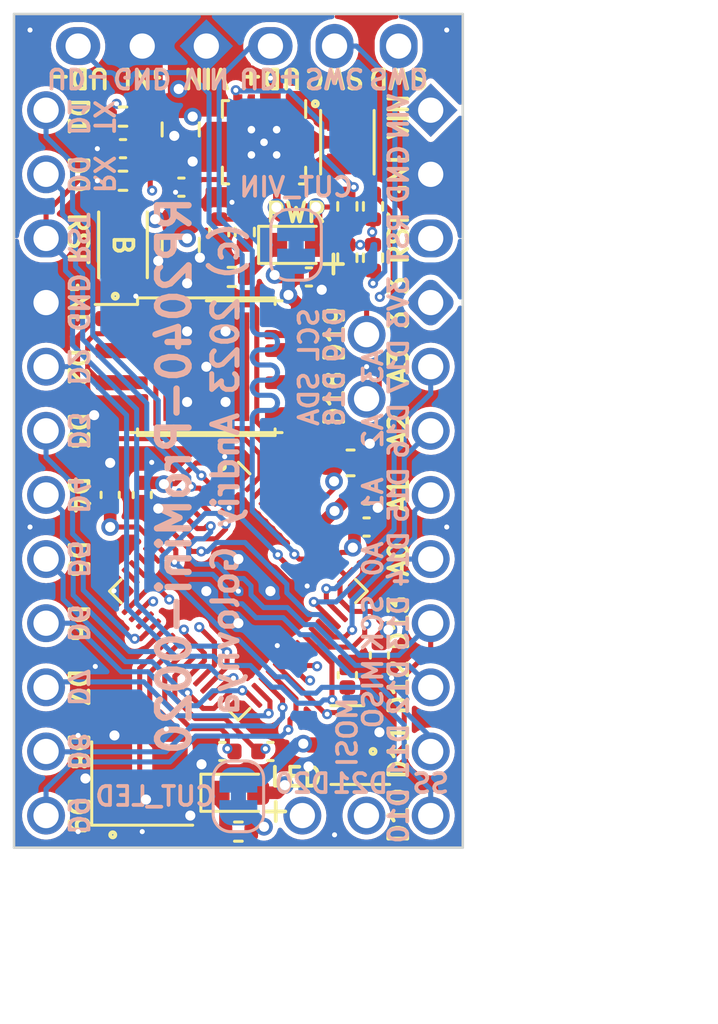
<source format=kicad_pcb>
(kicad_pcb (version 20221018) (generator pcbnew)
  (title_block (title "RP2040-ProMini-0020") (date "2023-07-10") (rev "2.0") (company "(c) 2023 Andriy Golovnya") (comment 1 "RP2040 based board with Arduino Pro Mini footprint"))
  (layers (0 "F.Cu" signal) (1 "In1.Cu" mixed) (2 "In2.Cu" power) (31 "B.Cu" signal) (34 "B.Paste" user) (35 "F.Paste" user) (36 "B.SilkS" user "B.Silkscreen") (37 "F.SilkS" user "F.Silkscreen") (38 "B.Mask" user) (39 "F.Mask" user) (44 "Edge.Cuts" user))
  (net 0 "")
  (net 1 "D1_TX")
  (net 2 "D0_RX")
  (net 3 "D12_MISO")
  (net 4 "D13_SCK")
  (net 5 "D11_MOSI")
  (net 6 "D3")
  (net 7 "D4")
  (net 8 "D5")
  (net 9 "D6")
  (net 10 "D7")
  (net 11 "D8")
  (net 12 "D9")
  (net 13 "D2")
  (net 14 "D14_A0")
  (net 15 "D15_A1")
  (net 16 "D16_A2")
  (net 17 "D17_A3")
  (net 18 "GND")
  (net 19 "RESET")
  (net 20 "VIN")
  (net 21 "D10_SS")
  (net 22 "Net-(D1-K)")
  (net 23 "QSPI_SD3")
  (net 24 "QSPI_SCLK")
  (net 25 "QSPI_SD0")
  (net 26 "QSPI_SD2")
  (net 27 "QSPI_SD1")
  (net 28 "QSPI_SS")
  (net 29 "+1V1")
  (net 30 "XIN")
  (net 31 "XOUT")
  (net 32 "USB_DP")
  (net 33 "SWCLK")
  (net 34 "SWD")
  (net 35 "Net-(D2-K)")
  (net 36 "Net-(JP1-A)")
  (net 37 "D19_SCL")
  (net 38 "D18_SDA")
  (net 39 "Net-(JP1-B)")
  (net 48 "+3V3")
  (net 49 "USB_DN")
  (net 50 "Net-(R7-Pad1)")
  (net 51 "Net-(U3-VAUX)")
  (net 52 "Net-(U3-PG)")
  (net 53 "/L1")
  (net 54 "/L2")
  (net 55 "/FB")
  (net 56 "/VOUT")
  (net 57 "D20")
  (net 58 "D21")
  (footprint "Capacitor_SMD:C_0805_2012Metric" (layer "F.Cu") (at 141.224 103.124 -90)
    (fp_text reference "C14" hide)
    (fp_text value "10uF" hide)
  )
  (footprint "LED_SMD:LED_0603_1608Metric" (layer "F.Cu") (at 145.796 103.124)
    (fp_text reference "D2" hide)
    (fp_text value "RED" hide)
  )
  (footprint "Capacitor_SMD:C_0402_1005Metric" (layer "F.Cu") (at 139.7 113.03 -90)
    (fp_text reference "C10" hide)
    (fp_text value "100nF" hide)
  )
  (footprint "Capacitor_SMD:C_0402_1005Metric" (layer "F.Cu") (at 149.098 119.38 -90)
    (fp_text reference "C6" hide)
    (fp_text value "100nF" hide)
  )
  (footprint "Capacitor_SMD:C_0402_1005Metric" (layer "F.Cu") (at 144.78 123.19)
    (fp_text reference "C7" hide)
    (fp_text value "100nF" hide)
  )
  (footprint "Capacitor_SMD:C_0805_2012Metric" (layer "F.Cu") (at 141.224 98.552 -90)
    (fp_text reference "C12" hide)
    (fp_text value "10uF" hide)
  )
  (footprint "Capacitor_SMD:C_0402_1005Metric" (layer "F.Cu") (at 148.59 114.3)
    (fp_text reference "C9" hide)
    (fp_text value "100nF" hide)
  )
  (footprint "Resistor_SMD:R_0402_1005Metric" (layer "F.Cu") (at 142.748 102.616 90)
    (fp_text reference "R10" hide)
    (fp_text value "174k" hide)
  )
  (footprint "Resistor_SMD:R_0402_1005Metric" (layer "F.Cu") (at 148.844 101.6 90)
    (fp_text reference "R4" hide)
    (fp_text value "10k" hide)
  )
  (footprint "Resistor_SMD:R_0402_1005Metric" (layer "F.Cu") (at 143.51 126.365)
    (fp_text reference "R1" hide)
    (fp_text value "5k1" hide)
  )
  (footprint "Package_SON:WSON-8-1EP_6x5mm_P1.27mm_EP3.4x4.3mm" (layer "F.Cu") (at 142.24 107.95)
    (fp_text reference "U4" hide)
    (fp_text value "W25Q128JVEIQ" hide)
  )
  (footprint "Package_SO:SOIC-8_5.23x5.23mm_P1.27mm" (layer "F.Cu") (at 142.24 107.95)
    (fp_text reference "U1" hide)
    (fp_text value "W25Q128JVS" hide)
  )
  (footprint "RP2040-ProMini:SW_EVPBB0AAB000" (layer "F.Cu") (at 138.938 103.124 90)
    (fp_text reference "S1" hide)
    (fp_text value "BOOTSEL" hide)
  )
  (footprint "Resistor_SMD:R_0402_1005Metric" (layer "F.Cu") (at 147.828 103.632 -90)
    (fp_text reference "R3" hide)
    (fp_text value "10k" hide)
  )
  (footprint "Capacitor_SMD:C_0402_1005Metric" (layer "F.Cu") (at 138.938 99.314 180)
    (fp_text reference "C13" hide)
    (fp_text value "100nF" hide)
  )
  (footprint "Crystal:Crystal_SMD_3225-4Pin_3.2x2.5mm" (layer "F.Cu") (at 139.7 124.46)
    (fp_text reference "Y1" hide)
    (fp_text value "12MHz" hide)
  )
  (footprint "Resistor_SMD:R_0402_1005Metric" (layer "F.Cu") (at 148.844 103.632 -90)
    (fp_text reference "R2" hide)
    (fp_text value "10k" hide)
  )
  (footprint "Capacitor_SMD:C_0402_1005Metric" (layer "F.Cu") (at 148.59 113.03)
    (fp_text reference "C4" hide)
    (fp_text value "100nF" hide)
  )
  (footprint "Capacitor_SMD:C_0402_1005Metric" (layer "F.Cu") (at 146.304 104.394)
    (fp_text reference "C2" hide)
    (fp_text value "100nF" hide)
  )
  (footprint "Capacitor_SMD:C_0402_1005Metric" (layer "F.Cu") (at 147.828 120.17 90)
    (fp_text reference "C11" hide)
    (fp_text value "100nF" hide)
  )
  (footprint "Capacitor_SMD:C_0402_1005Metric" (layer "F.Cu") (at 138.43 113.03 90)
    (fp_text reference "C3" hide)
    (fp_text value "100nF" hide)
  )
  (footprint "Package_DFN_QFN:QFN-56-1EP_7x7mm_P0.4mm_EP3.2x3.2mm" (layer "F.Cu") (at 143.51 116.84 -45)
    (fp_text reference "U2" hide)
    (fp_text value "RP2040" hide)
  )
  (footprint "Package_TO_SOT_SMD:SOT-23" (layer "F.Cu") (at 147.828 122.936 180)
    (fp_text reference "Q1" hide)
    (fp_text value "AO3400A" hide)
  )
  (footprint "Resistor_SMD:R_0402_1005Metric" (layer "F.Cu") (at 138.938 98.044)
    (fp_text reference "R5" hide)
    (fp_text value "10k" hide)
  )
  (footprint "Resistor_SMD:R_0402_1005Metric" (layer "F.Cu") (at 138.938 100.584 180)
    (fp_text reference "R7" hide)
    (fp_text value "1k" hide)
  )
  (footprint "Resistor_SMD:R_0402_1005Metric" (layer "F.Cu") (at 147.828 101.6 -90)
    (fp_text reference "R8" hide)
    (fp_text value "1M" hide)
  )
  (footprint "Package_SON:Texas_S-PWSON-N10_ThermalVias" (layer "F.Cu") (at 144.526 99.061 -90)
    (fp_text reference "U3" hide)
    (fp_text value "TPS63060" hide)
  )
  (footprint "Resistor_SMD:R_0402_1005Metric" (layer "F.Cu") (at 143.256 104.394 180)
    (fp_text reference "R6" hide)
    (fp_text value "5k1" hide)
  )
  (footprint "Resistor_SMD:R_0402_1005Metric" (layer "F.Cu") (at 143.764 102.616 -90)
    (fp_text reference "R9" hide)
    (fp_text value "1M" hide)
  )
  (footprint "Capacitor_SMD:C_0402_1005Metric" (layer "F.Cu") (at 141.252 100.838 180)
    (fp_text reference "C15" hide)
    (fp_text value "100nF" hide)
  )
  (footprint "LED_SMD:LED_0603_1608Metric" (layer "F.Cu") (at 143.51 124.826)
    (fp_text reference "D1" hide)
    (fp_text value "RED" hide)
  )
  (footprint "Capacitor_SMD:C_0402_1005Metric" (layer "F.Cu") (at 142.875 123.19 180)
    (fp_text reference "C8" hide)
    (fp_text value "100nF" hide)
  )
  (footprint "Inductor_SMD:L_Murata_DFE201610P" (layer "F.Cu") (at 147.828 99.06 -90)
    (fp_text reference "L1" hide)
    (fp_text value "1.5uH" hide)
  )
  (footprint "Capacitor_SMD:C_0603_1608Metric" (layer "F.Cu") (at 147.955 111.76)
    (fp_text reference "C5" hide)
    (fp_text value "2.2uF" hide)
  )
  (footprint "Connector_PinHeader_2.54mm:PinHeader_1x12_P2.54mm_Vertical" (layer "B.Cu") (at 151.13 97.79 180)
    (fp_text reference "J4" hide)
    (fp_text value "CONN_R" hide)
  )
  (footprint "Connector_PinHeader_2.54mm:PinHeader_1x06_P2.54mm_Vertical" (layer "B.Cu") (at 137.16 95.25 -90)
    (fp_text reference "J2" hide)
    (fp_text value "CONN_U" hide)
  )
  (footprint "Connector_PinHeader_2.54mm:PinHeader_1x12_P2.54mm_Vertical" (layer "B.Cu") (at 135.89 97.79 180)
    (fp_text reference "J1" hide)
    (fp_text value "CONN_L" hide)
  )
  (footprint "Connector_PinHeader_2.54mm:PinHeader_1x02_P2.54mm_Vertical" (layer "B.Cu") (at 146.045 125.73 -90)
    (fp_text reference "J5" hide)
    (fp_text value "CONN_R3" hide)
  )
  (footprint "Connector_PinHeader_2.54mm:PinHeader_1x02_P2.54mm_Vertical" (layer "B.Cu") (at 148.59 106.68 180)
    (fp_text reference "J3" hide)
    (fp_text value "CONN_R2" hide)
  )
  (footprint "Jumper:SolderJumper-2_P1.3mm_Bridged_RoundedPad1.0x1.5mm" (layer "B.Cu") (at 143.51 124.968 -90)
    (fp_text reference "JP1" hide)
    (fp_text value "CUT_LED" hide)
  )
  (footprint "Jumper:SolderJumper-2_P1.3mm_Bridged_RoundedPad1.0x1.5mm" (layer "B.Cu") (at 145.796 103.124 -90)
    (fp_text reference "JP2" hide)
    (fp_text value "CUT_VIN" hide)
  )
  (gr_circle (center 138.5316 126.492) (end 138.43 126.492) (stroke (width 0.15)) (fill none) (layer "F.SilkS"))
  (gr_circle (center 146.558 97.536) (end 146.6596 97.536) (stroke (width 0.15)) (fill none) (layer "F.SilkS"))
  (gr_circle (center 138.6332 105.156) (end 138.7348 105.156) (stroke (width 0.15)) (fill none) (layer "F.SilkS"))
  (gr_circle (center 142.875 111.910871) (end 142.7734 111.910871) (stroke (width 0.15)) (fill none) (layer "F.SilkS"))
  (gr_circle (center 148.844 123.19) (end 148.7424 123.19) (stroke (width 0.15)) (fill none) (layer "F.SilkS"))
  (gr_line (start 134.62 127) (end 152.4 127) (stroke (width 0.1)) (layer "Edge.Cuts"))
  (gr_line (start 152.4 93.98) (end 134.62 93.98) (stroke (width 0.1)) (layer "Edge.Cuts"))
  (gr_line (start 152.4 127) (end 152.4 93.98) (stroke (width 0.1)) (layer "Edge.Cuts"))
  (gr_line (start 134.62 93.98) (end 134.62 127) (stroke (width 0.1)) (layer "Edge.Cuts"))
  (gr_text "D21" (at 148.336 124.46) (layer "B.SilkS") (effects (font (size 0.75 0.75) (thickness 0.15) bold) (justify mirror)))
  (gr_text "VIN" (at 142.24 96.52 180) (layer "B.SilkS") (effects (font (size 0.75 0.75) (thickness 0.15) bold) (justify mirror)))
  (gr_text "D2" (at 137.16 107.95 270) (layer "B.SilkS") (effects (font (size 0.75 0.75) (thickness 0.15) bold) (justify mirror)))
  (gr_text "D4" (at 137.16 113.03 270) (layer "B.SilkS") (effects (font (size 0.75 0.75) (thickness 0.15) bold) (justify mirror)))
  (gr_text "A3" (at 148.844 107.95 90) (layer "B.SilkS") (effects (font (size 0.75 0.75) (thickness 0.15) bold) (justify mirror)))
  (gr_text "RX" (at 138.176 100.33 270) (layer "B.SilkS") (effects (font (size 0.75 0.75) (thickness 0.15) bold) (justify mirror)))
  (gr_text "SCL" (at 146.304 106.68 90) (layer "B.SilkS") (effects (font (size 0.75 0.75) (thickness 0.15) bold) (justify mirror)))
  (gr_text "UD-" (at 137.16 96.52 180) (layer "B.SilkS") (effects (font (size 0.75 0.75) (thickness 0.15) bold) (justify mirror)))
  (gr_text "${COMPANY}" (at 143.002 112.014 90) (layer "B.SilkS") (effects (font (size 1 1) (thickness 0.2) bold) (justify mirror)))
  (gr_text "D13" (at 149.86 118.11 90) (layer "B.SilkS") (effects (font (size 0.75 0.75) (thickness 0.15) bold) (justify mirror)))
  (gr_text "D5" (at 137.16 115.57 270) (layer "B.SilkS") (effects (font (size 0.75 0.75) (thickness 0.15) bold) (justify mirror)))
  (gr_text "SWD" (at 149.86 96.52 180) (layer "B.SilkS") (effects (font (size 0.75 0.75) (thickness 0.15) bold) (justify mirror)))
  (gr_text "GND" (at 137.16 105.41 270) (layer "B.SilkS") (effects (font (size 0.75 0.75) (thickness 0.15) bold) (justify mirror)))
  (gr_text "TX" (at 138.176 98.044 270) (layer "B.SilkS") (effects (font (size 0.75 0.75) (thickness 0.15) bold) (justify mirror)))
  (gr_text "SS" (at 151.13 124.46) (layer "B.SilkS") (effects (font (size 0.75 0.75) (thickness 0.15) bold) (justify mirror)))
  (gr_text "GND" (at 139.7 96.52 180) (layer "B.SilkS") (effects (font (size 0.75 0.75) (thickness 0.15) bold) (justify mirror)))
  (gr_text "D20" (at 146.05 124.46) (layer "B.SilkS") (effects (font (size 0.75 0.75) (thickness 0.15) bold) (justify mirror)))
  (gr_text "CUT_LED" (at 140.208 124.968) (layer "B.SilkS") (effects (font (size 0.75 0.75) (thickness 0.15) bold) (justify mirror)))
  (gr_text "SWC" (at 147.32 96.52 180) (layer "B.SilkS") (effects (font (size 0.75 0.75) (thickness 0.15) bold) (justify mirror)))
  (gr_text "CUT_VIN" (at 145.796 100.838) (layer "B.SilkS") (effects (font (size 0.75 0.75) (thickness 0.15) bold) (justify mirror)))
  (gr_text "SCK" (at 148.844 118.11 90) (layer "B.SilkS") (effects (font (size 0.75 0.75) (thickness 0.15) bold) (justify mirror)))
  (gr_text "MOSI" (at 147.828 122.428 90) (layer "B.SilkS") (effects (font (size 0.75 0.75) (thickness 0.15) bold) (justify mirror)))
  (gr_text "RST" (at 149.86 102.87 90) (layer "B.SilkS") (effects (font (size 0.75 0.75) (thickness 0.15) bold) (justify mirror)))
  (gr_text "RST" (at 137.16 102.87 270) (layer "B.SilkS") (effects (font (size 0.75 0.75) (thickness 0.15) bold) (justify mirror)))
  (gr_text "3V3" (at 149.86 105.41 90) (layer "B.SilkS") (effects (font (size 0.75 0.75) (thickness 0.15) bold) (justify mirror)))
  (gr_text "D9" (at 137.16 125.73 270) (layer "B.SilkS") (effects (font (size 0.75 0.75) (thickness 0.15) bold) (justify mirror)))
  (gr_text "GND" (at 149.86 100.33 90) (layer "B.SilkS") (effects (font (size 0.75 0.75) (thickness 0.15) bold) (justify mirror)))
  (gr_text "VIN" (at 149.86 98.044 90) (layer "B.SilkS") (effects (font (size 0.75 0.75) (thickness 0.15) bold) (justify mirror)))
  (gr_text "D17" (at 149.86 107.95 90) (layer "B.SilkS") (effects (font (size 0.75 0.75) (thickness 0.15) bold) (justify mirror)))
  (gr_text "D7" (at 137.16 120.65 270) (layer "B.SilkS") (effects (font (size 0.75 0.75) (thickness 0.15) bold) (justify mirror)))
  (gr_text "D1" (at 137.16 98.044 270) (layer "B.SilkS") (effects (font (size 0.75 0.75) (thickness 0.15) bold) (justify mirror)))
  (gr_text "D14" (at 149.86 115.57 90) (layer "B.SilkS") (effects (font (size 0.75 0.75) (thickness 0.15) bold) (justify mirror)))
  (gr_text "D3" (at 137.16 110.49 270) (layer "B.SilkS") (effects (font (size 0.75 0.75) (thickness 0.15) bold) (justify mirror)))
  (gr_text "D19" (at 147.32 106.68 90) (layer "B.SilkS") (effects (font (size 0.75 0.75) (thickness 0.15) bold) (justify mirror)))
  (gr_text "UD+" (at 144.78 96.52 180) (layer "B.SilkS") (effects (font (size 0.75 0.75) (thickness 0.15) bold) (justify mirror)))
  (gr_text "D0" (at 137.16 100.33 270) (layer "B.SilkS") (effects (font (size 0.75 0.75) (thickness 0.15) bold) (justify mirror)))
  (gr_text "D6" (at 137.16 118.11 270) (layer "B.SilkS") (effects (font (size 0.75 0.75) (thickness 0.15) bold) (justify mirror)))
  (gr_text "MISO" (at 148.844 120.904 90) (layer "B.SilkS") (effects (font (size 0.75 0.75) (thickness 0.15) bold) (justify mirror)))
  (gr_text "A0" (at 148.844 115.57 90) (layer "B.SilkS") (effects (font (size 0.75 0.75) (thickness 0.15) bold) (justify mirror)))
  (gr_text "D15" (at 149.86 113.03 90) (layer "B.SilkS") (effects (font (size 0.75 0.75) (thickness 0.15) bold) (justify mirror)))
  (gr_text "D12" (at 149.86 120.65 90) (layer "B.SilkS") (effects (font (size 0.75 0.75) (thickness 0.15) bold) (justify mirror)))
  (gr_text "D11" (at 149.86 123.19 90) (layer "B.SilkS") (effects (font (size 0.75 0.75) (thickness 0.15) bold) (justify mirror)))
  (gr_text "A1" (at 148.844 113.03 90) (layer "B.SilkS") (effects (font (size 0.75 0.75) (thickness 0.15) bold) (justify mirror)))
  (gr_text "D16" (at 149.86 110.49 90) (layer "B.SilkS") (effects (font (size 0.75 0.75) (thickness 0.15) bold) (justify mirror)))
  (gr_text "${TITLE}" (at 140.97 112.268 90) (layer "B.SilkS") (effects (font (size 1.25 1.25) (thickness 0.25) bold) (justify mirror)))
  (gr_text "D10" (at 149.86 125.73 90) (layer "B.SilkS") (effects (font (size 0.75 0.75) (thickness 0.15) bold) (justify mirror)))
  (gr_text "D8" (at 137.16 123.19 270) (layer "B.SilkS") (effects (font (size 0.75 0.75) (thickness 0.15) bold) (justify mirror)))
  (gr_text "A2" (at 148.844 110.49 90) (layer "B.SilkS") (effects (font (size 0.75 0.75) (thickness 0.15) bold) (justify mirror)))
  (gr_text "SDA" (at 146.304 109.22 90) (layer "B.SilkS") (effects (font (size 0.75 0.75) (thickness 0.15) bold) (justify mirror)))
  (gr_text "D18" (at 147.32 109.22 90) (layer "B.SilkS") (effects (font (size 0.75 0.75) (thickness 0.15) bold) (justify mirror)))
  (gr_text "A2" (at 149.86 110.49 90) (layer "F.SilkS") (effects (font (size 0.75 0.75) (thickness 0.15) bold)))
  (gr_text "D7" (at 137.16 120.65 270) (layer "F.SilkS") (effects (font (size 0.75 0.75) (thickness 0.15) bold)))
  (gr_text "D3" (at 137.16 110.49 270) (layer "F.SilkS") (effects (font (size 0.75 0.75) (thickness 0.15) bold)))
  (gr_text "LED" (at 145.796 124.206) (layer "F.SilkS") (effects (font (size 0.75 0.75) (thickness 0.15) bold)))
  (gr_text "UD+" (at 144.78 96.52 180) (layer "F.SilkS") (effects (font (size 0.75 0.75) (thickness 0.15) bold)))
  (gr_text "D8" (at 137.16 123.19 270) (layer "F.SilkS") (effects (font (size 0.75 0.75) (thickness 0.15) bold)))
  (gr_text "+" (at 146.558 104.394) (layer "F.SilkS") (effects (font (size 1 1)) (justify left bottom)))
  (gr_text "D9" (at 137.16 125.73 270) (layer "F.SilkS") (effects (font (size 0.75 0.75) (thickness 0.15) bold)))
  (gr_text "D13" (at 149.86 118.11 90) (layer "F.SilkS") (effects (font (size 0.75 0.75) (thickness 0.15) bold)))
  (gr_text "GND" (at 149.86 100.33 90) (layer "F.SilkS") (effects (font (size 0.75 0.75) (thickness 0.15) bold)))
  (gr_text "GND" (at 139.7 96.52 180) (layer "F.SilkS") (effects (font (size 0.75 0.75) (thickness 0.15) bold)))
  (gr_text "B" (at 138.938 103.124 270) (layer "F.SilkS") (effects (font (size 0.75 0.75) (thickness 0.15) bold)))
  (gr_text "A1" (at 149.86 113.03 90) (layer "F.SilkS") (effects (font (size 0.75 0.75) (thickness 0.15) bold)))
  (gr_text "D12" (at 149.86 120.65 90) (layer "F.SilkS") (effects (font (size 0.75 0.75) (thickness 0.15) bold)))
  (gr_text "D6" (at 137.16 118.11 270) (layer "F.SilkS") (effects (font (size 0.75 0.75) (thickness 0.15) bold)))
  (gr_text "UD-" (at 137.16 96.52 180) (layer "F.SilkS") (effects (font (size 0.75 0.75) (thickness 0.15) bold)))
  (gr_text "D18" (at 147.32 109.22 90) (layer "F.SilkS") (effects (font (size 0.75 0.75) (thickness 0.15) bold)))
  (gr_text "PWR" (at 145.796 101.854) (layer "F.SilkS") (effects (font (size 0.75 0.75) (thickness 0.15) bold)))
  (gr_text "RST" (at 149.86 102.87 90) (layer "F.SilkS") (effects (font (size 0.75 0.75) (thickness 0.15) bold)))
  (gr_text "GND" (at 137.16 105.41 270) (layer "F.SilkS") (effects (font (size 0.75 0.75) (thickness 0.15) bold)))
  (gr_text "D4" (at 137.16 113.03 270) (layer "F.SilkS") (effects (font (size 0.75 0.75) (thickness 0.15) bold)))
  (gr_text "SWC" (at 147.32 96.52 180) (layer "F.SilkS") (effects (font (size 0.75 0.75) (thickness 0.15) bold)))
  (gr_text "D0" (at 137.16 100.33 270) (layer "F.SilkS") (effects (font (size 0.75 0.75) (thickness 0.15) bold)))
  (gr_text "3V3" (at 149.86 105.41 90) (layer "F.SilkS") (effects (font (size 0.75 0.75) (thickness 0.15) bold)))
  (gr_text "D2" (at 137.16 107.95 270) (layer "F.SilkS") (effects (font (size 0.75 0.75) (thickness 0.15) bold)))
  (gr_text "D5" (at 137.16 115.57 270) (layer "F.SilkS") (effects (font (size 0.75 0.75) (thickness 0.15) bold)))
  (gr_text "A3" (at 149.86 107.95 90) (layer "F.SilkS") (effects (font (size 0.75 0.75) (thickness 0.15) bold)))
  (gr_text "D11" (at 149.86 123.19 90) (layer "F.SilkS") (effects (font (size 0.75 0.75) (thickness 0.15) bold)))
  (gr_text "RST" (at 137.16 102.87 270) (layer "F.SilkS") (effects (font (size 0.75 0.75) (thickness 0.15) bold)))
  (gr_text "+" (at 144.272 126.078703) (layer "F.SilkS") (effects (font (size 1 1)) (justify left bottom)))
  (gr_text "D19" (at 147.32 106.68 90) (layer "F.SilkS") (effects (font (size 0.75 0.75) (thickness 0.15) bold)))
  (gr_text "SWD" (at 149.86 96.52 180) (layer "F.SilkS") (effects (font (size 0.75 0.75) (thickness 0.15) bold)))
  (gr_text "D1" (at 137.16 98.044 270) (layer "F.SilkS") (effects (font (size 0.75 0.75) (thickness 0.15) bold)))
  (gr_text "VIN" (at 149.86 98.044 90) (layer "F.SilkS") (effects (font (size 0.75 0.75) (thickness 0.15) bold)))
  (gr_text "A0" (at 149.86 115.57 90) (layer "F.SilkS") (effects (font (size 0.75 0.75) (thickness 0.15) bold)))
  (gr_text "D10" (at 149.86 125.73 90) (layer "F.SilkS") (effects (font (size 0.75 0.75) (thickness 0.15) bold)))
  (gr_text "VIN" (at 142.24 96.52 180) (layer "F.SilkS") (effects (font (size 0.75 0.75) (thickness 0.15) bold)))
  (segment (start 142.043812 112.26113) (end 142.043812 112.262543) (width 0.2) (layer "F.Cu") (net 1))
  (segment (start 142.043812 112.262543) (end 142.634955 112.853686) (width 0.2) (layer "F.Cu") (net 1))
  (via (at 142.043812 112.26113) (size 0.4) (drill 0.2) (layers "F.Cu" "B.Cu") (net 1))
  (segment (start 137.567287 103.923916) (end 137.567287 102.371677) (width 0.2) (layer "B.Cu") (net 1))
  (segment (start 137.74 106.694314) (end 137.74 104.096629) (width 0.2) (layer "B.Cu") (net 1))
  (segment (start 142.043812 112.26113) (end 140.709463 110.926781) (width 0.2) (layer "B.Cu") (net 1))
  (segment (start 137.74 104.096629) (end 137.567287 103.923916) (width 0.2) (layer "B.Cu") (net 1))
  (segment (start 135.89 98.838938) (end 135.89 97.79) (width 0.2) (layer "B.Cu") (net 1))
  (segment (start 140.709463 110.921813) (end 140.335 110.54735) (width 0.2) (layer "B.Cu") (net 1))
  (segment (start 140.335 109.289314) (end 137.74 106.694314) (width 0.2) (layer "B.Cu") (net 1))
  (segment (start 140.709463 110.926781) (end 140.709463 110.921813) (width 0.2) (layer "B.Cu") (net 1))
  (segment (start 140.335 110.54735) (end 140.335 109.289314) (width 0.2) (layer "B.Cu") (net 1))
  (segment (start 137.567287 102.371677) (end 136.94 101.74439) (width 0.2) (layer "B.Cu") (net 1))
  (segment (start 136.94 101.74439) (end 136.94 99.888938) (width 0.2) (layer "B.Cu") (net 1))
  (segment (start 136.94 99.888938) (end 135.89 98.838938) (width 0.2) (layer "B.Cu") (net 1))
  (segment (start 141.975595 112.760012) (end 142.352113 113.136528) (width 0.2) (layer "F.Cu") (net 2))
  (segment (start 141.639062 112.713427) (end 141.685647 112.760012) (width 0.2) (layer "F.Cu") (net 2))
  (segment (start 141.685647 112.760012) (end 141.975595 112.760012) (width 0.2) (layer "F.Cu") (net 2))
  (segment (start 141.639062 112.703372) (end 141.639062 112.713427) (width 0.2) (layer "F.Cu") (net 2))
  (via (at 141.639062 112.703372) (size 0.4) (drill 0.2) (layers "F.Cu" "B.Cu") (net 2))
  (segment (start 137.34 106.86) (end 137.34 104.262315) (width 0.2) (layer "B.Cu") (net 2))
  (segment (start 136.54 101.910076) (end 136.54 100.98) (width 0.2) (layer "B.Cu") (net 2))
  (segment (start 137.060005 103.309919) (end 137.065 103.304924) (width 0.2) (layer "B.Cu") (net 2))
  (segment (start 136.54 100.98) (end 135.89 100.33) (width 0.2) (layer "B.Cu") (net 2))
  (segment (start 139.88 109.4) (end 137.34 106.86) (width 0.2) (layer "B.Cu") (net 2))
  (segment (start 137.060005 103.98232) (end 137.060005 103.309919) (width 0.2) (layer "B.Cu") (net 2))
  (segment (start 137.34 104.262315) (end 137.060005 103.98232) (width 0.2) (layer "B.Cu") (net 2))
  (segment (start 137.065 102.435076) (end 136.54 101.910076) (width 0.2) (layer "B.Cu") (net 2))
  (segment (start 141.639062 112.703372) (end 141.543812 112.608122) (width 0.2) (layer "B.Cu") (net 2))
  (segment (start 141.543812 112.608122) (end 141.543812 112.326816) (width 0.2) (layer "B.Cu") (net 2))
  (segment (start 141.543812 112.326816) (end 139.88 110.663004) (width 0.2) (layer "B.Cu") (net 2))
  (segment (start 137.065 103.304924) (end 137.065 102.435076) (width 0.2) (layer "B.Cu") (net 2))
  (segment (start 139.88 110.663004) (end 139.88 109.4) (width 0.2) (layer "B.Cu") (net 2))
  (segment (start 142.17005 114.361573) (end 141.880102 114.361573) (width 0.2) (layer "F.Cu") (net 3))
  (segment (start 141.880102 114.361573) (end 141.503585 113.985056) (width 0.2) (layer "F.Cu") (net 3))
  (segment (start 142.263901 114.267722) (end 142.17005 114.361573) (width 0.2) (layer "F.Cu") (net 3))
  (segment (start 142.411614 114.267722) (end 142.263901 114.267722) (width 0.2) (layer "F.Cu") (net 3))
  (via (at 142.411614 114.267722) (size 0.4) (drill 0.2) (layers "F.Cu" "B.Cu") (net 3))
  (segment (start 142.411614 114.50487) (end 142.149262 114.767222) (width 0.2) (layer "B.Cu") (net 3))
  (segment (start 142.657598 115.772673) (end 143.224925 116.34) (width 0.2) (layer "B.Cu") (net 3))
  (segment (start 141.83198 114.767222) (end 141.539087 115.060115) (width 0.2) (layer "B.Cu") (net 3))
  (segment (start 141.539087 115.060115) (end 141.539087 115.474329) (width 0.2) (layer "B.Cu") (net 3))
  (segment (start 148.147365 119.78) (end 150.26 119.78) (width 0.2) (layer "B.Cu") (net 3))
  (segment (start 145.448631 117.49) (end 146.124795 118.166163) (width 0.2) (layer "B.Cu") (net 3))
  (segment (start 144.01 116.989239) (end 144.510761 117.49) (width 0.2) (layer "B.Cu") (net 3))
  (segment (start 147.115652 118.748288) (end 148.147365 119.78) (width 0.2) (layer "B.Cu") (net 3))
  (segment (start 142.149262 114.767222) (end 141.83198 114.767222) (width 0.2) (layer "B.Cu") (net 3))
  (segment (start 141.837431 115.772673) (end 142.657598 115.772673) (width 0.2) (layer "B.Cu") (net 3))
  (segment (start 144.510761 117.49) (end 145.448631 117.49) (width 0.2) (layer "B.Cu") (net 3))
  (segment (start 143.224925 116.34) (end 143.717107 116.34) (width 0.2) (layer "B.Cu") (net 3))
  (segment (start 150.26 119.78) (end 151.13 120.65) (width 0.2) (layer "B.Cu") (net 3))
  (segment (start 143.717107 116.34) (end 144.01 116.632893) (width 0.2) (layer "B.Cu") (net 3))
  (segment (start 146.124795 118.166163) (end 146.547073 118.166163) (width 0.2) (layer "B.Cu") (net 3))
  (segment (start 144.01 116.632893) (end 144.01 116.989239) (width 0.2) (layer "B.Cu") (net 3))
  (segment (start 141.539087 115.474329) (end 141.837431 115.772673) (width 0.2) (layer "B.Cu") (net 3))
  (segment (start 147.115652 118.734742) (end 147.115652 118.748288) (width 0.2) (layer "B.Cu") (net 3))
  (segment (start 142.411614 114.267722) (end 142.411614 114.50487) (width 0.2) (layer "B.Cu") (net 3))
  (segment (start 146.547073 118.166163) (end 147.115652 118.734742) (width 0.2) (layer "B.Cu") (net 3))
  (segment (start 151.13 119.151961) (end 150.08 120.201961) (width 0.2) (layer "F.Cu") (net 4))
  (segment (start 151.13 118.11) (end 151.13 119.151961) (width 0.2) (layer "F.Cu") (net 4))
  (segment (start 142.039087 115.267222) (end 141.654379 115.267222) (width 0.2) (layer "F.Cu") (net 4))
  (segment (start 149.164 123.886) (end 148.7655 123.886) (width 0.2) (layer "F.Cu") (net 4))
  (segment (start 150.08 122.97) (end 149.164 123.886) (width 0.2) (layer "F.Cu") (net 4))
  (segment (start 150.08 120.201961) (end 150.08 122.97) (width 0.2) (layer "F.Cu") (net 4))
  (segment (start 141.654379 115.267222) (end 140.937899 114.550742) (width 0.2) (layer "F.Cu") (net 4))
  (via (at 142.039087 115.267222) (size 0.4) (drill 0.2) (layers "F.Cu" "B.Cu") (net 4))
  (segment (start 149.86 119.38) (end 151.13 118.11) (width 0.2) (layer "B.Cu") (net 4))
  (segment (start 146.29048 117.766163) (end 146.712759 117.766163) (width 0.2) (layer "B.Cu") (net 4))
  (segment (start 145.43 116.570761) (end 145.43 116.905683) (width 0.2) (layer "B.Cu") (net 4))
  (segment (start 145.43 116.905683) (end 146.29048 117.766163) (width 0.2) (layer "B.Cu") (net 4))
  (segment (start 147.515652 118.569056) (end 147.515652 118.582602) (width 0.2) (layer "B.Cu") (net 4))
  (segment (start 146.712759 117.766163) (end 147.515652 118.569056) (width 0.2) (layer "B.Cu") (net 4))
  (segment (start 148.31305 119.38) (end 149.86 119.38) (width 0.2) (layer "B.Cu") (net 4))
  (segment (start 147.515652 118.582602) (end 148.31305 119.38) (width 0.2) (layer "B.Cu") (net 4))
  (segment (start 142.039087 115.267222) (end 142.288778 115.267222) (width 0.2) (layer "B.Cu") (net 4))
  (segment (start 143.772438 114.913199) (end 145.43 116.570761) (width 0.2) (layer "B.Cu") (net 4))
  (segment (start 142.288778 115.267222) (end 142.642801 114.913199) (width 0.2) (layer "B.Cu") (net 4))
  (segment (start 142.642801 114.913199) (end 143.772438 114.913199) (width 0.2) (layer "B.Cu") (net 4))
  (segment (start 140.981838 115.6905) (end 141.031573 115.640765) (width 0.2) (layer "F.Cu") (net 5))
  (segment (start 141.031573 115.210102) (end 140.655056 114.833585) (width 0.2) (layer "F.Cu") (net 5))
  (segment (start 141.031573 115.640765) (end 141.031573 115.210102) (width 0.2) (layer "F.Cu") (net 5))
  (via (at 140.981838 115.6905) (size 0.4) (drill 0.2) (layers "F.Cu" "B.Cu") (net 5))
  (segment (start 143.659239 117.34) (end 144.209239 117.89) (width 0.2) (layer "B.Cu") (net 5))
  (segment (start 141.463765 116.172673) (end 142.491912 116.172673) (width 0.2) (layer "B.Cu") (net 5))
  (segment (start 143.01 117.047107) (end 143.302893 117.34) (width 0.2) (layer "B.Cu") (net 5))
  (segment (start 144.209239 117.89) (end 145.282945 117.89) (width 0.2) (layer "B.Cu") (net 5))
  (segment (start 146.715652 118.900428) (end 146.715652 118.913974) (width 0.2) (layer "B.Cu") (net 5))
  (segment (start 143.302893 117.34) (end 143.659239 117.34) (width 0.2) (layer "B.Cu") (net 5))
  (segment (start 151.13 122.624314) (end 151.13 123.19) (width 0.2) (layer "B.Cu") (net 5))
  (segment (start 145.282945 117.89) (end 145.95911 118.566163) (width 0.2) (layer "B.Cu") (net 5))
  (segment (start 143.01 116.690761) (end 143.01 117.047107) (width 0.2) (layer "B.Cu") (net 5))
  (segment (start 146.715652 118.913974) (end 147.981679 120.18) (width 0.2) (layer "B.Cu") (net 5))
  (segment (start 147.981679 120.18) (end 148.685686 120.18) (width 0.2) (layer "B.Cu") (net 5))
  (segment (start 140.981838 115.690746) (end 141.463765 116.172673) (width 0.2) (layer "B.Cu") (net 5))
  (segment (start 140.981838 115.6905) (end 140.981838 115.690746) (width 0.2) (layer "B.Cu") (net 5))
  (segment (start 148.685686 120.18) (end 151.13 122.624314) (width 0.2) (layer "B.Cu") (net 5))
  (segment (start 146.381387 118.566163) (end 146.715652 118.900428) (width 0.2) (layer "B.Cu") (net 5))
  (segment (start 142.491912 116.172673) (end 143.01 116.690761) (width 0.2) (layer "B.Cu") (net 5))
  (segment (start 145.95911 118.566163) (end 146.381387 118.566163) (width 0.2) (layer "B.Cu") (net 5))
  (segment (start 140.089371 118.28073) (end 139.644389 118.725712) (width 0.2) (layer "F.Cu") (net 6))
  (segment (start 139.644389 118.725712) (end 139.403755 118.725712) (width 0.2) (layer "F.Cu") (net 6))
  (via (at 139.403755 118.725712) (size 0.4) (drill 0.2) (layers "F.Cu" "B.Cu") (net 6))
  (segment (start 139.403755 118.725712) (end 139.288233 118.725712) (width 0.2) (layer "B.Cu") (net 6))
  (segment (start 137.363332 116.800811) (end 137.363332 114.992721) (width 0.2) (layer "B.Cu") (net 6))
  (segment (start 136.94 114.569389) (end 136.94 112.58472) (width 0.2) (layer "B.Cu") (net 6))
  (segment (start 136.94 112.58472) (end 135.89 111.53472) (width 0.2) (layer "B.Cu") (net 6))
  (segment (start 137.363332 114.992721) (end 136.94 114.569389) (width 0.2) (layer "B.Cu") (net 6))
  (segment (start 139.288233 118.725712) (end 137.363332 116.800811) (width 0.2) (layer "B.Cu") (net 6))
  (segment (start 135.89 111.53472) (end 135.89 110.49) (width 0.2) (layer "B.Cu") (net 6))
  (segment (start 143.315826 120.28616) (end 143.175109 120.28616) (width 0.2) (layer "F.Cu") (net 7))
  (segment (start 143.175109 120.28616) (end 142.634955 120.826314) (width 0.2) (layer "F.Cu") (net 7))
  (via (at 143.315826 120.28616) (size 0.4) (drill 0.2) (layers "F.Cu" "B.Cu") (net 7))
  (segment (start 136.963332 116.992396) (end 136.963332 115.158407) (width 0.2) (layer "B.Cu") (net 7))
  (segment (start 142.34716 119.818256) (end 140.842571 119.818256) (width 0.2) (layer "B.Cu") (net 7))
  (segment (start 140.258477 119.234162) (end 139.205098 119.234162) (width 0.2) (layer "B.Cu") (net 7))
  (segment (start 142.815064 120.28616) (end 142.34716 119.818256) (width 0.2) (layer "B.Cu") (net 7))
  (segment (start 136.54 114.735074) (end 136.54 113.68) (width 0.2) (layer "B.Cu") (net 7))
  (segment (start 140.842571 119.818256) (end 140.258477 119.234162) (width 0.2) (layer "B.Cu") (net 7))
  (segment (start 139.205098 119.234162) (end 136.963332 116.992396) (width 0.2) (layer "B.Cu") (net 7))
  (segment (start 136.963332 115.158407) (end 136.54 114.735074) (width 0.2) (layer "B.Cu") (net 7))
  (segment (start 136.54 113.68) (end 135.89 113.03) (width 0.2) (layer "B.Cu") (net 7))
  (segment (start 143.315826 120.28616) (end 142.815064 120.28616) (width 0.2) (layer "B.Cu") (net 7))
  (segment (start 141.492647 120.867703) (end 142.110617 121.485673) (width 0.2) (layer "F.Cu") (net 8))
  (segment (start 142.110617 121.485673) (end 142.54128 121.485673) (width 0.2) (layer "F.Cu") (net 8))
  (segment (start 142.54128 121.485673) (end 142.917798 121.109157) (width 0.2) (layer "F.Cu") (net 8))
  (via (at 141.492647 120.867703) (size 0.4) (drill 0.2) (layers "F.Cu" "B.Cu") (net 8))
  (segment (start 136.563332 116.243332) (end 135.89 115.57) (width 0.2) (layer "B.Cu") (net 8))
  (segment (start 136.563332 117.158081) (end 136.563332 116.243332) (width 0.2) (layer "B.Cu") (net 8))
  (segment (start 141.326332 120.867703) (end 140.092791 119.634162) (width 0.2) (layer "B.Cu") (net 8))
  (segment (start 141.492647 120.867703) (end 141.326332 120.867703) (width 0.2) (layer "B.Cu") (net 8))
  (segment (start 140.092791 119.634162) (end 139.039413 119.634162) (width 0.2) (layer "B.Cu") (net 8))
  (segment (start 139.039413 119.634162) (end 136.563332 117.158081) (width 0.2) (layer "B.Cu") (net 8))
  (segment (start 144.102202 121.109157) (end 143.765772 120.772725) (width 0.2) (layer "F.Cu") (net 9))
  (segment (start 143.765772 120.772725) (end 143.666048 120.772725) (width 0.2) (layer "F.Cu") (net 9))
  (via (at 143.666048 120.772725) (size 0.4) (drill 0.2) (layers "F.Cu" "B.Cu") (net 9))
  (segment (start 143.666048 120.772725) (end 143.652613 120.78616) (width 0.2) (layer "B.Cu") (net 9))
  (segment (start 141.270446 121.377503) (end 139.927105 120.034162) (width 0.2) (layer "B.Cu") (net 9))
  (segment (start 141.896039 121.377503) (end 141.270446 121.377503) (width 0.2) (layer "B.Cu") (net 9))
  (segment (start 139.927105 120.034162) (end 138.873727 120.034162) (width 0.2) (layer "B.Cu") (net 9))
  (segment (start 136.949565 118.11) (end 135.89 118.11) (width 0.2) (layer "B.Cu") (net 9))
  (segment (start 143.652613 120.78616) (end 142.487382 120.78616) (width 0.2) (layer "B.Cu") (net 9))
  (segment (start 138.873727 120.034162) (end 136.949565 118.11) (width 0.2) (layer "B.Cu") (net 9))
  (segment (start 142.487382 120.78616) (end 141.896039 121.377503) (width 0.2) (layer "B.Cu") (net 9))
  (segment (start 144.761561 121.633495) (end 144.709025 121.686031) (width 0.2) (layer "F.Cu") (net 10))
  (segment (start 144.761561 121.202832) (end 144.761561 121.633495) (width 0.2) (layer "F.Cu") (net 10))
  (segment (start 144.385045 120.826314) (end 144.761561 121.202832) (width 0.2) (layer "F.Cu") (net 10))
  (via (at 144.709025 121.686031) (size 0.4) (drill 0.2) (layers "F.Cu" "B.Cu") (net 10))
  (segment (start 144.617553 121.777503) (end 141.10476 121.777503) (width 0.2) (layer "B.Cu") (net 10))
  (segment (start 139.761419 120.434162) (end 136.105838 120.434162) (width 0.2) (layer "B.Cu") (net 10))
  (segment (start 136.105838 120.434162) (end 135.89 120.65) (width 0.2) (layer "B.Cu") (net 10))
  (segment (start 141.10476 121.777503) (end 139.761419 120.434162) (width 0.2) (layer "B.Cu") (net 10))
  (segment (start 144.709025 121.686031) (end 144.617553 121.777503) (width 0.2) (layer "B.Cu") (net 10))
  (segment (start 145.261061 121.136646) (end 144.667887 120.543472) (width 0.2) (layer "F.Cu") (net 11))
  (segment (start 145.261061 121.451614) (end 145.261061 121.136646) (width 0.2) (layer "F.Cu") (net 11))
  (via (at 145.261061 121.451614) (size 0.4) (drill 0.2) (layers "F.Cu" "B.Cu") (net 11))
  (segment (start 144.493389 122.177503) (end 141.659443 122.177503) (width 0.2) (layer "B.Cu") (net 11))
  (segment (start 145.261061 121.841102) (end 144.916132 122.186031) (width 0.2) (layer "B.Cu") (net 11))
  (segment (start 144.916132 122.186031) (end 144.501918 122.186031) (width 0.2) (layer "B.Cu") (net 11))
  (segment (start 144.501918 122.186031) (end 144.493389 122.177503) (width 0.2) (layer "B.Cu") (net 11))
  (segment (start 141.659443 122.177503) (end 140.631946 123.205) (width 0.2) (layer "B.Cu") (net 11))
  (segment (start 140.631946 123.205) (end 135.905 123.205) (width 0.2) (layer "B.Cu") (net 11))
  (segment (start 135.905 123.205) (end 135.89 123.19) (width 0.2) (layer "B.Cu") (net 11))
  (segment (start 145.261061 121.451614) (end 145.261061 121.841102) (width 0.2) (layer "B.Cu") (net 11))
  (segment (start 145.791491 121.689098) (end 145.791491 121.10139) (width 0.2) (layer "F.Cu") (net 12))
  (segment (start 145.554433 121.926156) (end 145.791491 121.689098) (width 0.2) (layer "F.Cu") (net 12))
  (segment (start 145.791491 121.10139) (end 144.95073 120.260629) (width 0.2) (layer "F.Cu") (net 12))
  (segment (start 145.488258 122.330365) (end 145.554433 122.26419) (width 0.2) (layer "F.Cu") (net 12))
  (segment (start 145.554433 122.26419) (end 145.554433 121.926156) (width 0.2) (layer "F.Cu") (net 12))
  (via (at 145.488258 122.330365) (size 0.4) (drill 0.2) (layers "F.Cu" "B.Cu") (net 12))
  (segment (start 136.959925 123.605) (end 135.89 124.674925) (width 0.2) (layer "B.Cu") (net 12))
  (segment (start 141.822422 122.58021) (end 140.797632 123.605) (width 0.2) (layer "B.Cu") (net 12))
  (segment (start 145.232592 122.586031) (end 143.513591 122.586031) (width 0.2) (layer "B.Cu") (net 12))
  (segment (start 135.89 124.674925) (end 135.89 125.73) (width 0.2) (layer "B.Cu") (net 12))
  (segment (start 143.513591 122.586031) (end 143.50777 122.58021) (width 0.2) (layer "B.Cu") (net 12))
  (segment (start 145.488258 122.330365) (end 145.232592 122.586031) (width 0.2) (layer "B.Cu") (net 12))
  (segment (start 140.797632 123.605) (end 136.959925 123.605) (width 0.2) (layer "B.Cu") (net 12))
  (segment (start 143.50777 122.58021) (end 141.822422 122.58021) (width 0.2) (layer "B.Cu") (net 12))
  (segment (start 147.218 121.137297) (end 147.218 119.699471) (width 0.2) (layer "F.Cu") (net 13))
  (segment (start 147.230203 121.1495) (end 147.218 121.137297) (width 0.2) (layer "F.Cu") (net 13))
  (segment (start 147.218 119.699471) (end 146.364944 118.846415) (width 0.2) (layer "F.Cu") (net 13))
  (via (at 147.230203 121.1495) (size 0.4) (drill 0.2) (layers "F.Cu" "B.Cu") (net 13))
  (segment (start 145.856244 121.279575) (end 145.219536 120.642867) (width 0.2) (layer "B.Cu") (net 13))
  (segment (start 146.750161 121.281975) (end 146.492468 121.281975) (width 0.2) (layer "B.Cu") (net 13))
  (segment (start 146.490068 121.279575) (end 145.856244 121.279575) (width 0.2) (layer "B.Cu") (net 13))
  (segment (start 146.882636 121.1495) (end 146.750161 121.281975) (width 0.2) (layer "B.Cu") (net 13))
  (segment (start 142.512846 119.418256) (end 141.008257 119.418256) (width 0.2) (layer "B.Cu") (net 13))
  (segment (start 141.008257 119.418256) (end 139.08 117.49) (width 0.2) (layer "B.Cu") (net 13))
  (segment (start 139.08 117.49) (end 139.08 109.87) (width 0.2) (layer "B.Cu") (net 13))
  (segment (start 137.16 107.95) (end 135.89 107.95) (width 0.2) (layer "B.Cu") (net 13))
  (segment (start 147.230203 121.1495) (end 146.882636 121.1495) (width 0.2) (layer "B.Cu") (net 13))
  (segment (start 143.985474 119.78616) (end 142.88075 119.78616) (width 0.2) (layer "B.Cu") (net 13))
  (segment (start 144.842181 120.642867) (end 143.985474 119.78616) (width 0.2) (layer "B.Cu") (net 13))
  (segment (start 142.88075 119.78616) (end 142.512846 119.418256) (width 0.2) (layer "B.Cu") (net 13))
  (segment (start 145.219536 120.642867) (end 144.842181 120.642867) (width 0.2) (layer "B.Cu") (net 13))
  (segment (start 139.08 109.87) (end 137.16 107.95) (width 0.2) (layer "B.Cu") (net 13))
  (segment (start 146.492468 121.281975) (end 146.490068 121.279575) (width 0.2) (layer "B.Cu") (net 13))
  (segment (start 148.577955 118.144028) (end 148.515652 118.206331) (width 0.2) (layer "F.Cu") (net 14))
  (segment (start 147.141462 119.057246) (end 146.647786 118.563573) (width 0.2) (layer "F.Cu") (net 14))
  (segment (start 148.041008 119.057246) (end 147.141462 119.057246) (width 0.2) (layer "F.Cu") (net 14))
  (segment (start 148.515652 118.582602) (end 148.041008 119.057246) (width 0.2) (layer "F.Cu") (net 14))
  (segment (start 148.515652 118.206331) (end 148.515652 118.582602) (width 0.2) (layer "F.Cu") (net 14))
  (via (at 148.577955 118.144028) (size 0.4) (drill 0.2) (layers "F.Cu" "B.Cu") (net 14))
  (segment (start 148.577955 118.144028) (end 148.53265 118.098723) (width 0.2) (layer "B.Cu") (net 14))
  (segment (start 148.53265 117.248111) (end 150.210761 115.57) (width 0.2) (layer "B.Cu") (net 14))
  (segment (start 150.210761 115.57) (end 151.13 115.57) (width 0.2) (layer "B.Cu") (net 14))
  (segment (start 148.53265 118.098723) (end 148.53265 117.248111) (width 0.2) (layer "B.Cu") (net 14))
  (segment (start 147.733901 118.657246) (end 147.307147 118.657246) (width 0.2) (layer "F.Cu") (net 15))
  (segment (start 148.015652 118.375495) (end 147.733901 118.657246) (width 0.2) (layer "F.Cu") (net 15))
  (segment (start 147.307147 118.657246) (end 146.930629 118.28073) (width 0.2) (layer "F.Cu") (net 15))
  (via (at 148.015652 118.375495) (size 0.4) (drill 0.2) (layers "F.Cu" "B.Cu") (net 15))
  (segment (start 148.014555 117.20052) (end 150.495 114.720075) (width 0.2) (layer "B.Cu") (net 15))
  (segment (start 148.015652 118.375495) (end 148.014555 118.374398) (width 0.2) (layer "B.Cu") (net 15))
  (segment (start 148.014555 118.374398) (end 148.014555 117.20052) (width 0.2) (layer "B.Cu") (net 15))
  (segment (start 150.495 113.665) (end 151.13 113.03) (width 0.2) (layer "B.Cu") (net 15))
  (segment (start 150.495 114.720075) (end 150.495 113.665) (width 0.2) (layer "B.Cu") (net 15))
  (segment (start 146.497587 117.282002) (end 147.213472 117.997887) (width 0.2) (layer "F.Cu") (net 16))
  (segment (start 146.497587 117.266163) (end 146.497587 117.282002) (width 0.2) (layer "F.Cu") (net 16))
  (via (at 146.497587 117.266163) (size 0.4) (drill 0.2) (layers "F.Cu" "B.Cu") (net 16))
  (segment (start 150.08 111.54) (end 151.13 110.49) (width 0.2) (layer "B.Cu") (net 16))
  (segment (start 146.497587 117.266163) (end 147.383226 117.266163) (width 0.2) (layer "B.Cu") (net 16))
  (segment (start 150.08 114.569388) (end 150.08 111.54) (width 0.2) (layer "B.Cu") (net 16))
  (segment (start 147.383226 117.266163) (end 150.08 114.569388) (width 0.2) (layer "B.Cu") (net 16))
  (segment (start 146.994248 116.742097) (end 146.994248 117.212979) (width 0.2) (layer "F.Cu") (net 17))
  (segment (start 146.994248 117.212979) (end 147.496314 117.715045) (width 0.2) (layer "F.Cu") (net 17))
  (via (at 146.994248 116.742097) (size 0.4) (drill 0.2) (layers "F.Cu" "B.Cu") (net 17))
  (segment (start 150.695075 109.44) (end 150.702912 109.44) (width 0.2) (layer "B.Cu") (net 17))
  (segment (start 149.68 111.374314) (end 150.08 110.974314) (width 0.2) (layer "B.Cu") (net 17))
  (segment (start 150.08 110.974314) (end 150.08 110.055075) (width 0.2) (layer "B.Cu") (net 17))
  (segment (start 150.702912 109.44) (end 151.13 109.012912) (width 0.2) (layer "B.Cu") (net 17))
  (segment (start 150.08 110.055075) (end 150.695075 109.44) (width 0.2) (layer "B.Cu") (net 17))
  (segment (start 147.341606 116.742097) (end 149.68 114.403703) (width 0.2) (layer "B.Cu") (net 17))
  (segment (start 146.994248 116.742097) (end 147.341606 116.742097) (width 0.2) (layer "B.Cu") (net 17))
  (segment (start 149.68 114.403703) (end 149.68 111.374314) (width 0.2) (layer "B.Cu") (net 17))
  (segment (start 151.13 109.012912) (end 151.13 107.95) (width 0.2) (layer "B.Cu") (net 17))
  (segment (start 146.288793 123.785356) (end 145.855356 123.785356) (width 0.5) (layer "F.Cu") (net 18))
  (segment (start 146.784 104.394) (end 146.784 104.874) (width 0.2) (layer "F.Cu") (net 18))
  (segment (start 140.276723 113.51) (end 139.7 113.51) (width 0.5) (layer "F.Cu") (net 18))
  (segment (start 138.1 123.61) (end 138.6 123.61) (width 0.5) (layer "F.Cu") (net 18))
  (segment (start 138.64 109.855) (end 137.8095 109.855) (width 0.5) (layer "F.Cu") (net 18))
  (segment (start 148.717 110.998) (end 148.73 111.011) (width 0.5) (layer "F.Cu") (net 18))
  (segment (start 146.784 104.874) (end 146.812 104.902) (width 0.2) (layer "F.Cu") (net 18))
  (segment (start 141.478 104.648) (end 141.224 104.394) (width 0.5) (layer "F.Cu") (net 18))
  (segment (start 138.6 122.5555) (end 138.6 123.61) (width 0.5) (layer "F.Cu") (net 18))
  (segment (start 140.335 113.568277) (end 140.276723 113.51) (width 0.5) (layer "F.Cu") (net 18))
  (segment (start 142.395 123.352502) (end 142.395 123.19) (width 0.5) (layer "F.Cu") (net 18))
  (segment (start 148.73 111.011) (end 148.73 111.76) (width 0.5) (layer "F.Cu") (net 18))
  (segment (start 141.224 99.502) (end 141.3785 99.502) (width 0.5) (layer "F.Cu") (net 18))
  (segment (start 141.224 104.394) (end 141.224 104.074) (width 0.5) (layer "F.Cu") (net 18))
  (segment (start 140.335 103.759) (end 140.65 104.074) (width 0.5) (layer "F.Cu") (net 18))
  (segment (start 137.922 100.584) (end 138.428 100.584) (width 0.2) (layer "F.Cu") (net 18))
  (segment (start 141.22 125.73) (end 140.8 125.31) (width 0.5) (layer "F.Cu") (net 18))
  (segment (start 142.049502 123.698) (end 142.395 123.352502) (width 0.5) (layer "F.Cu") (net 18))
  (segment (start 149.0305 113.538) (end 149.07 113.4985) (width 0.5) (layer "F.Cu") (net 18))
  (segment (start 141.3785 99.502) (end 141.6985 99.822) (width 0.5) (layer "F.Cu") (net 18))
  (segment (start 140.81764 100.838) (end 140.772 100.838) (width 0.2) (layer "F.Cu") (net 18))
  (segment (start 140.65 104.074) (end 141.224 104.074) (width 0.5) (layer "F.Cu") (net 18))
  (segment (start 141.224 99.06) (end 140.97 98.806) (width 0.5) (layer "F.Cu") (net 18))
  (segment (start 148.7655 121.986) (end 148.7655 122.0955) (width 0.5) (layer "F.Cu") (net 18))
  (segment (start 149.0305 113.538) (end 149.07 113.5775) (width 0.5) (layer "F.Cu") (net 18))
  (segment (start 142.492 103.126) (end 141.986 103.632) (width 0.2) (layer "F.Cu") (net 18))
  (segment (start 140.585 125.095) (end 140.8 125.31) (width 0.5) (layer "F.Cu") (net 18))
  (segment (start 141.224 99.502) (end 141.224 99.06) (width 0.5) (layer "F.Cu") (net 18))
  (segment (start 145.855356 123.785356) (end 145.26 123.19) (width 0.5) (layer "F.Cu") (net 18))
  (segment (start 141.605 125.73) (end 141.22 125.73) (width 0.5) (layer "F.Cu") (net 18))
  (segment (start 139.555787 119.38) (end 139.319 119.38) (width 0.2) (layer "F.Cu") (net 18))
  (segment (start 142.748 103.126) (end 142.492 103.126) (width 0.2) (layer "F.Cu") (net 18))
  (segment (start 137.8095 109.855) (end 137.795 109.8695) (width 0.5) (layer "F.Cu") (net 18))
  (segment (start 137.922 99.314) (end 138.458 99.314) (width 0.2) (layer "F.Cu") (net 18))
  (segment (start 148.7655 122.0955) (end 149.098 122.428) (width 0.5) (layer "F.Cu") (net 18))
  (segment (start 138.43 111.76) (end 138.43 112.55) (width 0.5) (layer "F.Cu") (net 18))
  (segment (start 149.5805 120.2795) (end 149.443 120.142) (width 0.2) (layer "F.Cu") (net 18))
  (segment (start 137.45 124.26) (end 138.1 123.61) (width 0.5) (layer "F.Cu") (net 18))
  (segment (start 140.372214 118.563573) (end 139.555787 119.38) (width 0.2) (layer "F.Cu") (net 18))
  (segment (start 142.746 104.392) (end 141.986 103.632) (width 0.2) (layer "F.Cu") (net 18))
  (segment (start 140.372214 118.563573) (end 140.825787 118.11) (width 0.2) (layer "F.Cu") (net 18))
  (segment (start 149.443 120.142) (end 149.098 120.142) (width 0.2) (layer "F.Cu") (net 18))
  (segment (start 141.02082 101.04118) (end 140.81764 100.838) (width 0.2) (layer "F.Cu") (net 18))
  (segment (start 149.07 113.4985) (end 149.07 113.03) (width 0.5) (layer "F.Cu") (net 18))
  (segment (start 142.746 104.394) (end 142.746 104.392) (width 0.2) (layer "F.Cu") (net 18))
  (segment (start 139.849502 125.095) (end 140.585 125.095) (width 0.5) (layer "F.Cu") (net 18))
  (segment (start 141.544 104.074) (end 141.986 103.632) (width 0.5) (layer "F.Cu") (net 18))
  (segment (start 141.224 104.074) (end 141.544 104.074) (width 0.5) (layer "F.Cu") (net 18))
  (segment (start 149.07 113.5775) (end 149.07 114.3) (width 0.5) (layer "F.Cu") (net 18))
  (via (at 138.6 122.5555) (size 0.7) (drill 0.4) (layers "F.Cu" "B.Cu") (net 18))
  (via (at 139.7 126.365) (size 0.4) (drill 0.2) (layers "F.Cu" "B.Cu") (net 18))
  (via (at 143.002 109.347) (size 0.7) (drill 0.4) (layers "F.Cu" "B.Cu") (net 18))
  (via (at 141.605 125.73) (size 0.7) (drill 0.4) (layers "F.Cu" "B.Cu") (net 18))
  (via (at 137.922 100.584) (size 0.4) (drill 0.2) (layers "F.Cu" "B.Cu") (net 18))
  (via (at 143.51 115.57) (size 0.7) (drill 0.4) (layers "F.Cu" "B.Cu") (net 18))
  (via (at 149.0305 113.538) (size 0.7) (drill 0.4) (layers "F.Cu" "B.Cu") (net 18))
  (via (at 137.840805 119.822584) (size 0.4) (drill 0.2) (layers "F.Cu" "B.Cu") (net 18))
  (via (at 143.51 118.11) (size 0.7) (drill 0.4) (layers "F.Cu" "B.Cu") (net 18))
  (via (at 135.255 94.615) (size 0.4) (drill 0.2) (layers "F.Cu" "B.Cu") (net 18))
  (via (at 141.986 103.632) (size 0.7) (drill 0.4) (layers "F.Cu" "B.Cu") (net 18))
  (via (at 140.076411 111.73989) (size 0.4) (drill 0.2) (layers "F.Cu" "B.Cu") (net 18))
  (via (at 139.849502 125.095) (size 0.7) (drill 0.4) (layers "F.Cu" "B.Cu") (net 18))
  (via (at 137.795 109.8695) (size 0.7) (drill 0.4) (layers "F.Cu" "B.Cu") (net 18))
  (via (at 135.255 114.3) (size 0.4) (drill 0.2) (layers "F.Cu" "B.Cu") (net 18))
  (via (at 142.24 116.84) (size 0.7) (drill 0.4) (layers "F.Cu" "B.Cu") (net 18))
  (via (at 144.78 116.84) (size 0.7) (drill 0.4) (layers "F.Cu" "B.Cu") (net 18))
  (via (at 137.16 126.365) (size 0.4) (drill 0.2) (layers "F.Cu" "B.Cu") (net 18))
  (via (at 149.5805 120.2795) (size 0.4) (drill 0.2) (layers "F.Cu" "B.Cu") (net 18))
  (via (at 137.45 124.26) (size 0.7) (drill 0.4) (layers "F.Cu" "B.Cu") (net 18))
  (via (at 140.335 113.568277) (size 0.7) (drill 0.4) (layers "F.Cu" "B.Cu") (net 18))
  (via (at 138.5805 116.830331) (size 0.4) (drill 0.2) (layers "F.Cu" "B.Cu") (net 18))
  (via (at 147.32 126.492) (size 0.4) (drill 0.2) (layers "F.Cu" "B.Cu") (net 18))
  (via (at 141.6985 99.822) (size 0.7) (drill 0.4) (layers "F.Cu" "B.Cu") (net 18))
  (via (at 143.51 116.84) (size 0.4) (drill 0.2) (layers "F.Cu" "B.Cu") (net 18))
  (via (at 137.16 122.555) (size 0.4) (drill 0.2) (layers "F.Cu" "B.Cu") (net 18))
  (via (at 151.765 94.615) (size 0.4) (drill 0.2) (layers "F.Cu" "B.Cu") (net 18))
  (via (at 143.002 106.553) (size 0.7) (drill 0.4) (layers "F.Cu" "B.Cu") (net 18))
  (via (at 148.717 110.998) (size 0.7) (drill 0.4) (layers "F.Cu" "B.Cu") (net 18))
  (via (at 151.765 114.3) (size 0.4) (drill 0.2) (layers "F.Cu" "B.Cu") (net 18))
  (via (at 139.446 105.156) (size 0.4) (drill 0.2) (layers "F.Cu" "B.Cu") (net 18))
  (via (at 143.256 101.4365) (size 0.4) (drill 0.2) (layers "F.Cu" "B.Cu") (net 18))
  (via (at 140.652371 122.298874) (size 0.4) (drill 0.2) (layers "F.Cu" "B.Cu") (net 18))
  (via (at 138.43 111.76) (size 0.7) (drill 0.4) (layers "F.Cu" "B.Cu") (net 18))
  (via (at 142.24 107.95) (size 0.7) (drill 0.4) (layers "F.Cu" "B.Cu") (net 18))
  (via (at 145.051775 118.997025) (size 0.4) (drill 0.2) (layers "F.Cu" "B.Cu") (net 18))
  (via (at 137.922 99.314) (size 0.4) (drill 0.2) (layers "F.Cu" "B.Cu") (net 18))
  (via (at 141.478 104.648) (size 0.7) (drill 0.4) (layers "F.Cu" "B.Cu") (net 18))
  (via (at 143.149616 113.546404) (size 0.4) (drill 0.2) (layers "F.Cu" "B.Cu") (net 18))
  (via (at 149.098 122.428) (size 0.7) (drill 0.4) (layers "F.Cu" "B.Cu") (net 18))
  (via (at 146.812 104.902) (size 0.7) (drill 0.4) (layers "F.Cu" "B.Cu") (net 18))
  (via (at 141.478 109.347) (size 0.7) (drill 0.4) (layers "F.Cu" "B.Cu") (net 18))
  (via (at 146.235283 116.636813) (size 0.4) (drill 0.2) (layers "F.Cu" "B.Cu") (net 18))
  (via (at 142.966461 111.514238) (size 0.4) (drill 0.2) (layers "F.Cu" "B.Cu") (net 18))
  (via (at 140.97 98.806) (size 0.7) (drill 0.4) (layers "F.Cu" "B.Cu") (net 18))
  (via (at 142.049502 123.698) (size 0.7) (drill 0.4) (layers "F.Cu" "B.Cu") (net 18))
  (via (at 141.02082 101.04118) (size 0.4) (drill 0.2) (layers "F.Cu" "B.Cu") (net 18))
  (via (at 146.288793 123.785356) (size 0.7) (drill 0.4) (layers "F.Cu" "B.Cu") (net 18))
  (via (at 148.59 107.95) (size 0.4) (drill 0.2) (layers "F.Cu" "B.Cu") (net 18))
  (via (at 141.478 106.553) (size 0.7) (drill 0.4) (layers "F.Cu" "B.Cu") (net 18))
  (via (at 140.335 103.759) (size 0.7) (drill 0.4) (layers "F.Cu" "B.Cu") (net 18))
  (segment (start 139.984239 95.25) (end 139.7 95.25) (width 0.2) (layer "B.Cu") (net 18))
  (segment (start 139.448 99.344) (end 139.448 98.044) (width 0.2) (layer "F.Cu") (net 19))
  (segment (start 140.018 99.914) (end 139.448 99.344) (width 0.2) (layer "F.Cu") (net 19))
  (segment (start 140.042362 100.973545) (end 140.018 100.949183) (width 0.2) (layer "F.Cu") (net 19))
  (segment (start 143.062444 119.261247) (end 143.062444 119.833141) (width 0.2) (layer "F.Cu") (net 19))
  (segment (start 137.82 99.924) (end 138.780254 99.924) (width 0.2) (layer "F.Cu") (net 19))
  (segment (start 138.780254 99.924) (end 139.418 99.286254) (width 0.2) (layer "F.Cu") (net 19))
  (segment (start 140.018 100.949183) (end 140.018 99.914) (width 0.2) (layer "F.Cu") (net 19))
  (segment (start 135.89 102.87) (end 135.89 101.854) (width 0.2) (layer "F.Cu") (net 19))
  (segment (start 140.0925 100.973545) (end 140.042362 100.973545) (width 0.2) (layer "F.Cu") (net 19))
  (segment (start 143.062444 119.833141) (end 142.352113 120.543472) (width 0.2) (layer "F.Cu") (net 19))
  (segment (start 135.89 101.854) (end 137.82 99.924) (width 0.2) (layer "F.Cu") (net 19))
  (via (at 143.062444 119.261247) (size 0.4) (drill 0.2) (layers "F.Cu" "B.Cu") (net 19))
  (via (at 140.0925 100.973545) (size 0.4) (drill 0.2) (layers "F.Cu" "B.Cu") (net 19))
  (segment (start 136.94 104.428001) (end 136.660005 104.148005) (width 0.2) (layer "B.Cu") (net 19))
  (segment (start 136.660005 103.640005) (end 135.89 102.87) (width 0.2) (layer "B.Cu") (net 19))
  (segment (start 139.48 117.324314) (end 139.48 109.635) (width 0.2) (layer "B.Cu") (net 19))
  (segment (start 141.173942 119.018256) (end 139.48 117.324314) (width 0.2) (layer "B.Cu") (net 19))
  (segment (start 139.48 109.635) (end 136.94 107.095) (width 0.2) (layer "B.Cu") (net 19))
  (segment (start 136.660005 104.148005) (end 136.660005 103.640005) (width 0.2) (layer "B.Cu") (net 19))
  (segment (start 142.819453 119.018256) (end 141.173942 119.018256) (width 0.2) (layer "B.Cu") (net 19))
  (segment (start 143.062444 119.261247) (end 142.819453 119.018256) (width 0.2) (layer "B.Cu") (net 19))
  (segment (start 136.94 107.095) (end 136.94 104.428001) (width 0.2) (layer "B.Cu") (net 19))
  (segment (start 141.224 97.027766) (end 141.224 97.602) (width 0.5) (layer "F.Cu") (net 20))
  (segment (start 141.224 97.602) (end 141.2565 97.602) (width 0.5) (layer "F.Cu") (net 20))
  (segment (start 141.2565 97.602) (end 141.6985 98.044) (width 0.5) (layer "F.Cu") (net 20))
  (segment (start 141.145734 96.9495) (end 141.224 97.027766) (width 0.5) (layer "F.Cu") (net 20))
  (via (at 141.145734 96.9495) (size 0.7) (drill 0.4) (layers "F.Cu" "B.Cu") (net 20))
  (via (at 144.78 96.52) (size 0.4) (drill 0.2) (layers "F.Cu" "B.Cu") (net 20))
  (via (at 141.6985 98.044) (size 0.7) (drill 0.4) (layers "F.Cu" "B.Cu") (net 20))
  (segment (start 143.003947 114.382496) (end 142.618721 114.767722) (width 0.2) (layer "F.Cu") (net 21))
  (segment (start 143.003947 114.175281) (end 143.003947 114.382496) (width 0.2) (layer "F.Cu") (net 21))
  (segment (start 141.720566 114.767722) (end 141.220742 114.267899) (width 0.2) (layer "F.Cu") (net 21))
  (segment (start 142.618721 114.767722) (end 141.720566 114.767722) (width 0.2) (layer "F.Cu") (net 21))
  (via (at 143.003947 114.175281) (size 0.4) (drill 0.2) (layers "F.Cu" "B.Cu") (net 21))
  (segment (start 140.481838 116.001077) (end 143.240761 118.76) (width 0.2) (layer "B.Cu") (net 21))
  (segment (start 140.481838 115.479167) (end 140.481838 116.001077) (width 0.2) (layer "B.Cu") (net 21))
  (segment (start 143.003947 114.175281) (end 143.003947 114.107842) (width 0.2) (layer "B.Cu") (net 21))
  (segment (start 151.13 124.697964) (end 151.13 125.73) (width 0.2) (layer "B.Cu") (net 21))
  (segment (start 150.08 122.14) (end 150.08 123.647964) (width 0.2) (layer "B.Cu") (net 21))
  (segment (start 146.025575 120.879575) (end 146.586875 120.879575) (width 0.2) (layer "B.Cu") (net 21))
  (segment (start 146.586875 120.879575) (end 146.81695 120.6495) (width 0.2) (layer "B.Cu") (net 21))
  (segment (start 148.5895 120.6495) (end 150.08 122.14) (width 0.2) (layer "B.Cu") (net 21))
  (segment (start 143.003947 114.107842) (end 142.658178 113.762073) (width 0.2) (layer "B.Cu") (net 21))
  (segment (start 146.81695 120.6495) (end 148.5895 120.6495) (width 0.2) (layer "B.Cu") (net 21))
  (segment (start 142.658178 113.762073) (end 142.198932 113.762073) (width 0.2) (layer "B.Cu") (net 21))
  (segment (start 145.001148 120.236148) (end 145.382148 120.236148) (width 0.2) (layer "B.Cu") (net 21))
  (segment (start 145.382148 120.236148) (end 146.025575 120.879575) (width 0.2) (layer "B.Cu") (net 21))
  (segment (start 142.198932 113.762073) (end 140.481838 115.479167) (width 0.2) (layer "B.Cu") (net 21))
  (segment (start 143.240761 118.76) (end 143.525 118.76) (width 0.2) (layer "B.Cu") (net 21))
  (segment (start 150.08 123.647964) (end 151.13 124.697964) (width 0.2) (layer "B.Cu") (net 21))
  (segment (start 143.525 118.76) (end 145.001148 120.236148) (width 0.2) (layer "B.Cu") (net 21))
  (segment (start 143 126.365) (end 143 125.3725) (width 0.5) (layer "F.Cu") (net 22))
  (segment (start 143 125.3725) (end 142.7225 125.095) (width 0.5) (layer "F.Cu") (net 22))
  (segment (start 146.341159 107.315) (end 145.84 107.315) (width 0.2) (layer "F.Cu") (net 23))
  (segment (start 146.94 107.913841) (end 146.341159 107.315) (width 0.2) (layer "F.Cu") (net 23))
  (segment (start 146.43 113.070076) (end 146.43 111.279461) (width 0.2) (layer "F.Cu") (net 23))
  (segment (start 146.94 108.526026) (end 146.94 107.913841) (width 0.2) (layer "F.Cu") (net 23))
  (segment (start 146.27 113.231471) (end 146.27 113.230076) (width 0.2) (layer "F.Cu") (net 23))
  (segment (start 147.34 108.926027) (end 146.94 108.526026) (width 0.2) (layer "F.Cu") (net 23))
  (segment (start 146.27 113.230076) (end 146.43 113.070076) (width 0.2) (layer "F.Cu") (net 23))
  (segment (start 146.43 111.279461) (end 147.34 110.36946) (width 0.2) (layer "F.Cu") (net 23))
  (segment (start 145.516415 113.985056) (end 146.27 113.231471) (width 0.2) (layer "F.Cu") (net 23))
  (segment (start 147.34 110.36946) (end 147.34 108.926027) (width 0.2) (layer "F.Cu") (net 23))
  (segment (start 145.233573 113.702214) (end 145.87 113.065787) (width 0.2) (layer "F.Cu") (net 24))
  (segment (start 146.94 110.203775) (end 146.94 109.221) (width 0.2) (layer "F.Cu") (net 24))
  (segment (start 146.94 109.221) (end 146.304 108.585) (width 0.2) (layer "F.Cu") (net 24))
  (segment (start 145.87 113.06439) (end 146.026222 112.908168) (width 0.2) (layer "F.Cu") (net 24))
  (segment (start 146.304 108.585) (end 145.84 108.585) (width 0.2) (layer "F.Cu") (net 24))
  (segment (start 146.026222 112.908168) (end 146.026222 111.117553) (width 0.2) (layer "F.Cu") (net 24))
  (segment (start 145.87 113.065787) (end 145.87 113.06439) (width 0.2) (layer "F.Cu") (net 24))
  (segment (start 146.026222 111.117553) (end 146.94 110.203775) (width 0.2) (layer "F.Cu") (net 24))
  (segment (start 145.47 112.898705) (end 145.47 112.900101) (width 0.2) (layer "F.Cu") (net 25))
  (segment (start 145.47 112.900101) (end 144.95073 113.419371) (width 0.2) (layer "F.Cu") (net 25))
  (segment (start 145.84 109.855) (end 145.84 110.738089) (width 0.2) (layer "F.Cu") (net 25))
  (segment (start 145.626222 112.742483) (end 145.47 112.898705) (width 0.2) (layer "F.Cu") (net 25))
  (segment (start 145.626222 110.951867) (end 145.626222 112.742483) (width 0.2) (layer "F.Cu") (net 25))
  (segment (start 145.84 110.738089) (end 145.626222 110.951867) (width 0.2) (layer "F.Cu") (net 25))
  (segment (start 139.916041 106.645) (end 140.24 106.321041) (width 0.2) (layer "F.Cu") (net 26))
  (segment (start 140.24 106.321041) (end 140.24 105.659082) (width 0.2) (layer "F.Cu") (net 26))
  (segment (start 144.24 105.664) (end 144.24 110.135342) (width 0.2) (layer "F.Cu") (net 26))
  (segment (start 145.161561 111.056903) (end 145.161561 112.642853) (width 0.2) (layer "F.Cu") (net 26))
  (segment (start 137.54 108.045715) (end 137.54 106.935) (width 0.2) (layer "F.Cu") (net 26))
  (segment (start 137.83 106.645) (end 139.916041 106.645) (width 0.2) (layer "F.Cu") (net 26))
  (segment (start 144.076 105.5) (end 144.24 105.664) (width 0.2) (layer "F.Cu") (net 26))
  (segment (start 137.54 106.935) (end 137.83 106.645) (width 0.2) (layer "F.Cu") (net 26))
  (segment (start 138.079285 108.585) (end 137.54 108.045715) (width 0.2) (layer "F.Cu") (net 26))
  (segment (start 140.24 105.659082) (end 140.399082 105.5) (width 0.2) (layer "F.Cu") (net 26))
  (segment (start 138.64 108.585) (end 138.079285 108.585) (width 0.2) (layer "F.Cu") (net 26))
  (segment (start 144.24 110.135342) (end 145.161561 111.056903) (width 0.2) (layer "F.Cu") (net 26))
  (segment (start 145.161561 112.642853) (end 144.667887 113.136528) (width 0.2) (layer "F.Cu") (net 26))
  (segment (start 140.399082 105.5) (end 144.076 105.5) (width 0.2) (layer "F.Cu") (net 26))
  (segment (start 140.404 110.4) (end 140.24 110.236) (width 0.2) (layer "F.Cu") (net 27))
  (segment (start 144.385045 112.853686) (end 144.761561 112.47717) (width 0.2) (layer "F.Cu") (net 27))
  (segment (start 139.660435 107.315) (end 138.64 107.315) (width 0.2) (layer "F.Cu") (net 27))
  (segment (start 143.918237 110.4) (end 140.404 110.4) (width 0.2) (layer "F.Cu") (net 27))
  (segment (start 144.761561 112.47717) (end 144.761561 111.243324) (width 0.2) (layer "F.Cu") (net 27))
  (segment (start 144.761561 111.243324) (end 143.918237 110.4) (width 0.2) (layer "F.Cu") (net 27))
  (segment (start 140.24 107.894565) (end 139.660435 107.315) (width 0.2) (layer "F.Cu") (net 27))
  (segment (start 140.24 110.236) (end 140.24 107.894565) (width 0.2) (layer "F.Cu") (net 27))
  (segment (start 137.864314 106.045) (end 138.64 106.045) (width 0.2) (layer "F.Cu") (net 28))
  (segment (start 144.361561 112.311483) (end 144.361561 111.40901) (width 0.2) (layer "F.Cu") (net 28))
  (segment (start 137.806261 110.8) (end 137.14 110.133739) (width 0.2) (layer "F.Cu") (net 28))
  (segment (start 138.64 106.045) (end 138.64 104.78) (width 0.2) (layer "F.Cu") (net 28))
  (segment (start 137.14 110.133739) (end 137.14 106.769314) (width 0.2) (layer "F.Cu") (net 28))
  (segment (start 144.361561 111.40901) (end 143.752551 110.8) (width 0.2) (layer "F.Cu") (net 28))
  (segment (start 143.752551 110.8) (end 137.806261 110.8) (width 0.2) (layer "F.Cu") (net 28))
  (segment (start 144.102202 112.570843) (end 144.361561 112.311483) (width 0.2) (layer "F.Cu") (net 28))
  (segment (start 137.14 106.769314) (end 137.864314 106.045) (width 0.2) (layer "F.Cu") (net 28))
  (segment (start 138.64 104.78) (end 138.309 104.449) (width 0.2) (layer "F.Cu") (net 28))
  (segment (start 138.309 104.449) (end 139.059 104.449) (width 0.2) (layer "F.Cu") (net 28))
  (segment (start 140.993147 120.205382) (end 141.503585 119.694944) (width 0.2) (layer "F.Cu") (net 29))
  (segment (start 146.67 113.397157) (end 145.799258 114.267899) (width 0.2) (layer "F.Cu") (net 29))
  (segment (start 148.045991 115.11918) (end 147.859575 115.305596) (width 0.2) (layer "F.Cu") (net 29))
  (segment (start 147.300148 112.767009) (end 147.052157 113.015) (width 0.2) (layer "F.Cu") (net 29))
  (segment (start 144.159097 123.232244) (end 144.159097 123.061843) (width 0.2) (layer "F.Cu") (net 29))
  (segment (start 148.11 115.055171) (end 148.11 114.3) (width 0.5) (layer "F.Cu") (net 29))
  (segment (start 147.589989 115.305596) (end 147.213472 115.682113) (width 0.2) (layer "F.Cu") (net 29))
  (segment (start 140.993147 121.07531) (end 140.993147 120.205382) (width 0.2) (layer "F.Cu") (net 29))
  (segment (start 144.159097 123.061843) (end 142.982927 121.885673) (width 0.2) (layer "F.Cu") (net 29))
  (segment (start 141.80351 121.885673) (end 140.993147 121.07531) (width 0.2) (layer "F.Cu") (net 29))
  (segment (start 147.300148 112.489186) (end 147.300148 111.880148) (width 0.5) (layer "F.Cu") (net 29))
  (segment (start 148.045991 115.11918) (end 148.11 115.055171) (width 0.5) (layer "F.Cu") (net 29))
  (segment (start 146.67 113.395761) (end 146.67 113.397157) (width 0.2) (layer "F.Cu") (net 29))
  (segment (start 142.982927 121.885673) (end 141.80351 121.885673) (width 0.2) (layer "F.Cu") (net 29))
  (segment (start 147.052157 113.015) (end 147.050761 113.015) (width 0.2) (layer "F.Cu") (net 29))
  (segment (start 147.300148 111.880148) (end 147.18 111.76) (width 0.5) (layer "F.Cu") (net 29))
  (segment (start 147.300148 112.489186) (end 147.300148 112.767009) (width 0.2) (layer "F.Cu") (net 29))
  (segment (start 147.050761 113.015) (end 146.67 113.395761) (width 0.2) (layer "F.Cu") (net 29))
  (segment (start 147.859575 115.305596) (end 147.589989 115.305596) (width 0.2) (layer "F.Cu") (net 29))
  (via (at 148.045991 115.11918) (size 0.7) (drill 0.4) (layers "F.Cu" "B.Cu") (net 29))
  (via (at 147.300148 112.489186) (size 0.7) (drill 0.4) (layers "F.Cu" "B.Cu") (net 29))
  (via (at 144.5805 123.085531) (size 0.4) (drill 0.2) (layers "F.Cu" "B.Cu") (net 29))
  (segment (start 139.6 119.901471) (end 139.6 124.41) (width 0.2) (layer "F.Cu") (net 30))
  (segment (start 138.7 125.31) (end 138.6 125.31) (width 0.2) (layer "F.Cu") (net 30))
  (segment (start 139.6 124.41) (end 138.7 125.31) (width 0.2) (layer "F.Cu") (net 30))
  (segment (start 140.655056 118.846415) (end 139.6 119.901471) (width 0.2) (layer "F.Cu") (net 30))
  (segment (start 140 122.81) (end 140.8 123.61) (width 0.2) (layer "F.Cu") (net 31))
  (segment (start 140 120.067157) (end 140 122.81) (width 0.2) (layer "F.Cu") (net 31))
  (segment (start 140.937899 119.129258) (end 140 120.067157) (width 0.2) (layer "F.Cu") (net 31))
  (segment (start 146.647786 115.116427) (end 146.194213 115.57) (width 0.2) (layer "F.Cu") (net 32))
  (segment (start 145.917975 115.57) (end 145.727913 115.379938) (width 0.2) (layer "F.Cu") (net 32))
  (segment (start 146.194213 115.57) (end 145.917975 115.57) (width 0.2) (layer "F.Cu") (net 32))
  (via (at 145.727913 115.379938) (size 0.4) (drill 0.2) (layers "F.Cu" "B.Cu") (net 32))
  (segment (start 144.359967 108.482) (end 144.759967 108.482) (width 0.2) (layer "B.Cu") (net 32))
  (segment (start 144.059967 106.15013) (end 144.059967 103.362281) (width 0.2) (layer "B.Cu") (net 32))
  (segment (start 144.059967 106.382) (end 144.059967 106.15013) (width 0.2) (layer "B.Cu") (net 32))
  (segment (start 144.059967 113.667425) (end 144.059967 109.982) (width 0.2) (layer "B.Cu") (net 32))
  (segment (start 144.759967 109.082) (end 144.359967 109.082) (width 0.2) (layer "B.Cu") (net 32))
  (segment (start 144.759967 106.682) (end 144.359967 106.682) (width 0.2) (layer "B.Cu") (net 32))
  (segment (start 142.748 102.050314) (end 142.748 96.52) (width 0.2) (layer "B.Cu") (net 32))
  (segment (start 144.359967 109.682) (end 144.759967 109.682) (width 0.2) (layer "B.Cu") (net 32))
  (segment (start 145.727913 115.335371) (end 144.059967 113.667425) (width 0.2) (layer "B.Cu") (net 32))
  (segment (start 144.018 95.25) (end 144.78 95.25) (width 0.2) (layer "B.Cu") (net 32))
  (segment (start 144.059967 103.362281) (end 142.748 102.050314) (width 0.2) (layer "B.Cu") (net 32))
  (segment (start 145.727913 115.379938) (end 145.727913 115.335371) (width 0.2) (layer "B.Cu") (net 32))
  (segment (start 144.759967 107.882) (end 144.359967 107.882) (width 0.2) (layer "B.Cu") (net 32))
  (segment (start 144.359967 107.282) (end 144.759967 107.282) (width 0.2) (layer "B.Cu") (net 32))
  (segment (start 142.748 96.52) (end 144.018 95.25) (width 0.2) (layer "B.Cu") (net 32))
  (arc (start 144.759967 108.482) (mid 144.972099 108.394132) (end 145.059967 108.182) (width 0.2) (layer "B.Cu") (net 32))
  (arc (start 144.359967 107.882) (mid 144.147835 107.794132) (end 144.059967 107.582) (width 0.2) (layer "B.Cu") (net 32))
  (arc (start 144.059967 107.582) (mid 144.147835 107.369868) (end 144.359967 107.282) (width 0.2) (layer "B.Cu") (net 32))
  (arc (start 144.759967 109.682) (mid 144.972099 109.594132) (end 145.059967 109.382) (width 0.2) (layer "B.Cu") (net 32))
  (arc (start 144.759967 107.282) (mid 144.972099 107.194132) (end 145.059967 106.982) (width 0.2) (layer "B.Cu") (net 32))
  (arc (start 145.059967 108.182) (mid 144.972099 107.969868) (end 144.759967 107.882) (width 0.2) (layer "B.Cu") (net 32))
  (arc (start 144.359967 109.082) (mid 144.147835 108.994132) (end 144.059967 108.782) (width 0.2) (layer "B.Cu") (net 32))
  (arc (start 144.059967 109.982) (mid 144.147835 109.769868) (end 144.359967 109.682) (width 0.2) (layer "B.Cu") (net 32))
  (arc (start 144.359967 106.682) (mid 144.147835 106.594132) (end 144.059967 106.382) (width 0.2) (layer "B.Cu") (net 32))
  (arc (start 145.059967 106.982) (mid 144.972099 106.769868) (end 144.759967 106.682) (width 0.2) (layer "B.Cu") (net 32))
  (arc (start 145.059967 109.382) (mid 144.972099 109.169868) (end 144.759967 109.082) (width 0.2) (layer "B.Cu") (net 32))
  (arc (start 144.059967 108.782) (mid 144.147835 108.569868) (end 144.359967 108.482) (width 0.2) (layer "B.Cu") (net 32))
  (segment (start 141.351 118.491) (end 142.162944 119.302944) (width 0.2) (layer "F.Cu") (net 33))
  (segment (start 142.162944 119.302944) (end 142.162944 119.601269) (width 0.2) (layer "F.Cu") (net 33))
  (segment (start 142.162944 119.601269) (end 141.786427 119.977786) (width 0.2) (layer "F.Cu") (net 33))
  (segment (start 141.351 118.364) (end 141.351 118.491) (width 0.2) (layer "F.Cu") (net 33))
  (segment (start 148.844 104.648) (end 148.844 104.142) (width 0.2) (layer "F.Cu") (net 33))
  (via (at 141.351 118.364) (size 0.4) (drill 0.2) (layers "F.Cu" "B.Cu") (net 33))
  (via (at 148.844 104.648) (size 0.4) (drill 0.2) (layers "F.Cu" "B.Cu") (net 33))
  (segment (start 149.31119 96.372738) (end 148.188452 95.25) (width 0.2) (layer "B.Cu") (net 33))
  (segment (start 149.31119 104.18081) (end 149.31119 96.372738) (width 0.2) (layer "B.Cu") (net 33))
  (segment (start 148.844 104.648) (end 149.31119 104.18081) (width 0.2) (layer "B.Cu") (net 33))
  (segment (start 148.188452 95.25) (end 147.32 95.25) (width 0.2) (layer "B.Cu") (net 33))
  (segment (start 142.562944 119.766955) (end 142.06927 120.260629) (width 0.2) (layer "F.Cu") (net 34))
  (segment (start 141.9582 118.264093) (end 142.562944 118.868837) (width 0.2) (layer "F.Cu") (net 34))
  (segment (start 142.562944 118.868837) (end 142.562944 119.766955) (width 0.2) (layer "F.Cu") (net 34))
  (via (at 141.9582 118.264093) (size 0.4) (drill 0.2) (layers "F.Cu" "B.Cu") (net 34))
  (via (at 149.112106 105.184211) (size 0.4) (drill 0.2) (layers "F.Cu" "B.Cu") (net 34))
  (segment (start 149.71119 104.54281) (end 149.71119 95.39881) (width 0.2) (layer "B.Cu") (net 34))
  (segment (start 149.71119 95.39881) (end 149.86 95.25) (width 0.2) (layer "B.Cu") (net 34))
  (segment (start 149.112106 105.184211) (end 149.112106 105.141894) (width 0.2) (layer "B.Cu") (net 34))
  (segment (start 149.112106 105.141894) (end 149.71119 104.54281) (width 0.2) (layer "B.Cu") (net 34))
  (segment (start 143.7385 104.394) (end 145.0085 103.124) (width 0.5) (layer "F.Cu") (net 35))
  (segment (start 146.836725 122.882225) (end 146.8905 122.936) (width 0.5) (layer "F.Cu") (net 36))
  (segment (start 146.08289 122.882225) (end 146.836725 122.882225) (width 0.5) (layer "F.Cu") (net 36))
  (via (at 146.08289 122.882225) (size 0.7) (drill 0.4) (layers "F.Cu" "B.Cu") (net 36))
  (segment (start 145.861405 122.882225) (end 144.42563 124.318) (width 0.5) (layer "B.Cu") (net 36))
  (segment (start 144.42563 124.318) (end 143.51 124.318) (width 0.5) (layer "B.Cu") (net 36))
  (segment (start 146.08289 122.882225) (end 145.861405 122.882225) (width 0.5) (layer "B.Cu") (net 36))
  (segment (start 139.991247 117.247484) (end 139.523686 117.715045) (width 0.2) (layer "F.Cu") (net 37))
  (segment (start 148.344 104.855107) (end 148.344 104.658) (width 0.2) (layer "F.Cu") (net 37))
  (segment (start 148.344 104.658) (end 147.828 104.142) (width 0.2) (layer "F.Cu") (net 37))
  (segment (start 148.59 105.101107) (end 148.344 104.855107) (width 0.2) (layer "F.Cu") (net 37))
  (segment (start 140.131961 117.247484) (end 139.991247 117.247484) (width 0.2) (layer "F.Cu") (net 37))
  (segment (start 148.59 106.68) (end 148.59 105.101107) (width 0.2) (layer "F.Cu") (net 37))
  (via (at 140.131961 117.247484) (size 0.4) (drill 0.2) (layers "F.Cu" "B.Cu") (net 37))
  (segment (start 140.771739 117.170863) (end 140.34836 116.747484) (width 0.2) (layer "F.Cu") (net 38))
  (segment (start 149.64 107.154) (end 149.09 107.704) (width 0.2) (layer "F.Cu") (net 38))
  (segment (start 139.925561 116.747484) (end 139.240843 117.432202) (width 0.2) (layer "F.Cu") (net 38))
  (segment (start 140.34836 116.747484) (end 139.925561 116.747484) (width 0.2) (layer "F.Cu") (net 38))
  (segment (start 149.09 107.704) (end 149.09 108.72) (width 0.2) (layer "F.Cu") (net 38))
  (segment (start 148.844 101.09) (end 149.64 101.886) (width 0.2) (layer "F.Cu") (net 38))
  (segment (start 149.64 101.886) (end 149.64 107.154) (width 0.2) (layer "F.Cu") (net 38))
  (segment (start 149.09 108.72) (end 148.59 109.22) (width 0.2) (layer "F.Cu") (net 38))
  (via (at 140.771739 117.170863) (size 0.4) (drill 0.2) (layers "F.Cu" "B.Cu") (net 38))
  (segment (start 144.212271 126.172729) (end 144.02 126.365) (width 0.5) (layer "F.Cu") (net 39))
  (segment (start 144.526 126.172729) (end 144.212271 126.172729) (width 0.5) (layer "F.Cu") (net 39))
  (via (at 144.526 126.172729) (size 0.7) (drill 0.4) (layers "F.Cu" "B.Cu") (net 39))
  (segment (start 144.098271 125.745) (end 143.51 125.745) (width 0.5) (layer "B.Cu") (net 39))
  (segment (start 144.526 126.172729) (end 144.098271 125.745) (width 0.5) (layer "B.Cu") (net 39))
  (segment (start 148.844 102.58369) (end 148.844 102.11) (width 0.2) (layer "F.Cu") (net 48))
  (segment (start 146.952989 114.046285) (end 146.952989 114.24554) (width 0.2) (layer "F.Cu") (net 48))
  (segment (start 145.494632 105.108632) (end 145.84 105.454) (width 0.5) (layer "F.Cu") (net 48))
  (segment (start 148.785062 117.644028) (end 147.990983 117.644028) (width 0.2) (layer "F.Cu") (net 48))
  (segment (start 145.020584 104.394) (end 145.824 104.394) (width 0.5) (layer "F.Cu") (net 48))
  (segment (start 141.836705 111.76113) (end 142.250919 111.76113) (width 0.2) (layer "F.Cu") (net 48))
  (segment (start 145.84 105.454) (end 145.84 106.045) (width 0.5) (layer "F.Cu") (net 48))
  (segment (start 141.012883 112.584952) (end 141.836705 111.76113) (width 0.2) (layer "F.Cu") (net 48))
  (segment (start 147.496314 115.964955) (end 147.779157 116.247798) (width 0.2) (layer "F.Cu") (net 48))
  (segment (start 144.944874 104.31829) (end 145.020584 104.394) (width 0.5) (layer "F.Cu") (net 48))
  (segment (start 147.828 121.25881) (end 147.828 120.65) (width 0.2) (layer "F.Cu") (net 48))
  (segment (start 147.026066 121.713177) (end 147.089743 121.6495) (width 0.2) (layer "F.Cu") (net 48))
  (segment (start 141.478 102.428) (end 141.158 102.108) (width 0.5) (layer "F.Cu") (net 48))
  (segment (start 138.43 114.3) (end 139.555787 114.3) (width 0.2) (layer "F.Cu") (net 48))
  (segment (start 149.098 118.728825) (end 149.098 118.9) (width 0.5) (layer "F.Cu") (net 48))
  (segment (start 140.593147 120.039696) (end 140.593147 121.240995) (width 0.2) (layer "F.Cu") (net 48))
  (segment (start 148.11 113.03) (end 147.955 113.03) (width 0.5) (layer "F.Cu") (net 48))
  (segment (start 140.574912 112.584952) (end 141.012883 112.584952) (width 0.2) (layer "F.Cu") (net 48))
  (segment (start 147.779157 116.247798) (end 147.537407 116.489548) (width 0.2) (layer "F.Cu") (net 48))
  (segment (start 149.454702 118.372123) (end 149.077455 117.994876) (width 0.2) (layer "F.Cu") (net 48))
  (segment (start 139.555787 114.3) (end 140.372214 115.116427) (width 0.2) (layer "F.Cu") (net 48))
  (segment (start 148.81169 102.616) (end 148.844 102.64831) (width 0.2) (layer "F.Cu") (net 48))
  (segment (start 142.543812 112.054023) (end 142.543812 112.196857) (width 0.2) (layer "F.Cu") (net 48))
  (segment (start 140.593147 121.240995) (end 141.637824 122.285673) (width 0.2) (layer "F.Cu") (net 48))
  (segment (start 140.51011 112.55) (end 139.7 112.55) (width 0.5) (layer "F.Cu") (net 48))
  (segment (start 149.454702 118.372123) (end 149.098 118.728825) (width 0.5) (layer "F.Cu") (net 48))
  (segment (start 146.586558 114.046285) (end 146.082101 114.550742) (width 0.2) (layer "F.Cu") (net 48))
  (segment (start 145.494632 105.108632) (end 145.494632 104.723368) (width 0.5) (layer "F.Cu") (net 48))
  (segment (start 142.543812 112.196857) (end 142.917798 112.570843) (width 0.2) (layer "F.Cu") (net 48))
  (segment (start 141.637824 122.285673) (end 142.817241 122.285673) (width 0.2) (layer "F.Cu") (net 48))
  (segment (start 142.817241 122.285673) (end 143.0745 122.542932) (width 0.2) (layer "F.Cu") (net 48))
  (segment (start 148.336 103.122) (end 148.844 103.122) (width 0.2) (layer "F.Cu") (net 48))
  (segment (start 147.089743 121.6495) (end 147.43731 121.6495) (width 0.2) (layer "F.Cu") (net 48))
  (segment (start 145.494632 104.723368) (end 145.824 104.394) (width 0.5) (layer "F.Cu") (net 48))
  (segment (start 138.43 114.3) (end 138.43 113.51) (width 0.5) (layer "F.Cu") (net 48))
  (segment (start 145.351147 124.523147) (end 145.048294 124.826) (width 0.5) (layer "F.Cu") (net 48))
  (segment (start 145.048294 124.826) (end 144.2975 124.826) (width 0.5) (layer "F.Cu") (net 48))
  (segment (start 146.952989 114.046285) (end 146.952989 114.032011) (width 0.5) (layer "F.Cu") (net 48))
  (segment (start 140.559987 112.599877) (end 140.51011 112.55) (width 0.5) (layer "F.Cu") (net 48))
  (segment (start 147.990983 117.644028) (end 147.779157 117.432202) (width 0.2) (layer "F.Cu") (net 48))
  (segment (start 146.952989 114.24554) (end 146.364944 114.833585) (width 0.2) (layer "F.Cu") (net 48))
  (segment (start 138.684 97.536) (end 138.428 97.792) (width 0.2) (layer "F.Cu") (net 48))
  (segment (start 148.844 102.64831) (end 148.844 103.122) (width 0.2) (layer "F.Cu") (net 48))
  (segment (start 143.0745 122.542932) (end 143.0745 123.07971) (width 0.2) (layer "F.Cu") (net 48))
  (segment (start 141.158 102.108) (end 140.208 102.108) (width 0.5) (layer "F.Cu") (net 48))
  (segment (start 138.428 97.792) (end 138.428 98.044) (width 0.2) (layer "F.Cu") (net 48))
  (segment (start 146.952989 114.032011) (end 147.32 113.665) (width 0.5) (layer "F.Cu") (net 48))
  (segment (start 146.952989 114.046285) (end 146.586558 114.046285) (width 0.2) (layer "F.Cu") (net 48))
  (segment (start 142.250919 111.76113) (end 142.543812 112.054023) (width 0.2) (layer "F.Cu") (net 48))
  (segment (start 147.955 113.03) (end 147.32 113.665) (width 0.5) (layer "F.Cu") (net 48))
  (segment (start 141.478 102.87) (end 141.478 102.428) (width 0.5) (layer "F.Cu") (net 48))
  (segment (start 147.43731 121.6495) (end 147.828 121.25881) (width 0.2) (layer "F.Cu") (net 48))
  (segment (start 149.077455 117.936421) (end 148.785062 117.644028) (width 0.2) (layer "F.Cu") (net 48))
  (segment (start 149.077455 117.994876) (end 149.077455 117.936421) (width 0.2) (layer "F.Cu") (net 48))
  (segment (start 147.537407 117.190452) (end 147.779157 117.432202) (width 0.2) (layer "F.Cu") (net 48))
  (segment (start 147.026066 121.713177) (end 146.968964 121.713177) (width 0.2) (layer "F.Cu") (net 48))
  (segment (start 140.559987 112.599877) (end 140.574912 112.584952) (width 0.2) (layer "F.Cu") (net 48))
  (segment (start 145.84 106.045) (end 144.94 106.045) (width 0.5) (layer "F.Cu") (net 48))
  (segment (start 146.968964 121.713177) (end 145.233573 119.977786) (width 0.2) (layer "F.Cu") (net 48))
  (segment (start 147.537407 116.489548) (end 147.537407 117.190452) (width 0.2) (layer "F.Cu") (net 48))
  (segment (start 148.81169 102.616) (end 148.844 102.58369) (width 0.2) (layer "F.Cu") (net 48))
  (segment (start 148.336 103.122) (end 147.828 103.122) (width 0.2) (layer "F.Cu") (net 48))
  (segment (start 141.220742 119.412101) (end 140.593147 120.039696) (width 0.2) (layer "F.Cu") (net 48))
  (via (at 145.351147 124.523147) (size 0.7) (drill 0.4) (layers "F.Cu" "B.Cu") (net 48))
  (via (at 141.478 102.87) (size 0.7) (drill 0.4) (layers "F.Cu" "B.Cu") (net 48))
  (via (at 145.494632 105.108632) (size 0.7) (drill 0.4) (layers "F.Cu" "B.Cu") (net 48))
  (via (at 147.026066 121.713177) (size 0.4) (drill 0.2) (layers "F.Cu" "B.Cu") (net 48))
  (via (at 144.944874 104.31829) (size 0.7) (drill 0.4) (layers "F.Cu" "B.Cu") (net 48))
  (via (at 140.559987 112.599877) (size 0.7) (drill 0.4) (layers "F.Cu" "B.Cu") (net 48))
  (via (at 149.454702 118.372123) (size 0.7) (drill 0.4) (layers "F.Cu" "B.Cu") (net 48))
  (via (at 143.0745 123.07971) (size 0.4) (drill 0.2) (layers "F.Cu" "B.Cu") (net 48))
  (via (at 138.43 114.3) (size 0.7) (drill 0.4) (layers "F.Cu" "B.Cu") (net 48))
  (via (at 148.81169 102.616) (size 0.4) (drill 0.2) (layers "F.Cu" "B.Cu") (net 48))
  (via (at 147.32 113.665) (size 0.7) (drill 0.4) (layers "F.Cu" "B.Cu") (net 48))
  (via (at 138.684 97.536) (size 0.4) (drill 0.2) (layers "F.Cu" "B.Cu") (net 48))
  (via (at 140.208 102.108) (size 0.7) (drill 0.4) (layers "F.Cu" "B.Cu") (net 48))
  (via (at 148.336 103.122) (size 0.4) (drill 0.2) (layers "F.Cu" "B.Cu") (net 48))
  (segment (start 145.489164 103.774) (end 145.796 103.774) (width 0.5) (layer "B.Cu") (net 48))
  (segment (start 145.494632 104.075368) (end 145.796 103.774) (width 0.5) (layer "B.Cu") (net 48))
  (segment (start 145.494632 105.108632) (end 145.494632 104.075368) (width 0.5) (layer "B.Cu") (net 48))
  (segment (start 144.944874 104.31829) (end 145.489164 103.774) (width 0.5) (layer "B.Cu") (net 48))
  (segment (start 145.071867 115.430999) (end 145.718868 116.078) (width 0.2) (layer "F.Cu") (net 49))
  (segment (start 146.251899 116.078) (end 146.930629 115.39927) (width 0.2) (layer "F.Cu") (net 49))
  (segment (start 145.071867 115.395904) (end 145.071867 115.430999) (width 0.2) (layer "F.Cu") (net 49))
  (segment (start 145.718868 116.078) (end 146.251899 116.078) (width 0.2) (layer "F.Cu") (net 49))
  (via (at 145.071867 115.395904) (size 0.4) (drill 0.2) (layers "F.Cu" "B.Cu") (net 49))
  (segment (start 137.16 95.25) (end 138.21 96.3) (width 0.2) (layer "B.Cu") (net 49))
  (segment (start 142.348 97.136) (end 142.348 102.215999) (width 0.2) (layer "B.Cu") (net 49))
  (segment (start 143.659967 113.984004) (end 145.071867 115.395904) (width 0.2) (layer "B.Cu") (net 49))
  (segment (start 139.53 96.3) (end 139.63 96.3) (width 0.2) (layer "B.Cu") (net 49))
  (segment (start 143.659967 103.527966) (end 143.659967 113.984004) (width 0.2) (layer "B.Cu") (net 49))
  (segment (start 138.21 96.3) (end 138.43 96.3) (width 0.2) (layer "B.Cu") (net 49))
  (segment (start 138.93 96.8) (end 139.03 96.8) (width 0.2) (layer "B.Cu") (net 49))
  (segment (start 139.63 96.3) (end 141.512 96.3) (width 0.2) (layer "B.Cu") (net 49))
  (segment (start 141.512 96.3) (end 142.348 97.136) (width 0.2) (layer "B.Cu") (net 49))
  (segment (start 142.348 102.215999) (end 143.659967 103.527966) (width 0.2) (layer "B.Cu") (net 49))
  (arc (start 138.68 96.55) (mid 138.753223 96.726777) (end 138.93 96.8) (width 0.2) (layer "B.Cu") (net 49))
  (arc (start 138.43 96.3) (mid 138.606777 96.373223) (end 138.68 96.55) (width 0.2) (layer "B.Cu") (net 49))
  (arc (start 139.28 96.55) (mid 139.353223 96.373223) (end 139.53 96.3) (width 0.2) (layer "B.Cu") (net 49))
  (arc (start 139.03 96.8) (mid 139.206777 96.726777) (end 139.28 96.55) (width 0.2) (layer "B.Cu") (net 49))
  (segment (start 139.313 101.799) (end 139.448 101.664) (width 0.2) (layer "F.Cu") (net 50))
  (segment (start 139.448 101.664) (end 139.448 100.584) (width 0.2) (layer "F.Cu") (net 50))
  (segment (start 138.563 101.799) (end 139.313 101.799) (width 0.2) (layer "F.Cu") (net 50))
  (segment (start 142.034 100.536) (end 141.732 100.838) (width 0.2) (layer "F.Cu") (net 51))
  (segment (start 143.526 100.536) (end 142.034 100.536) (width 0.2) (layer "F.Cu") (net 51))
  (segment (start 143.407097 96.999144) (end 143.407097 97.467097) (width 0.2) (layer "F.Cu") (net 52))
  (segment (start 148.082 100.838) (end 148.08 100.838) (width 0.2) (layer "F.Cu") (net 52))
  (segment (start 148.08 100.838) (end 147.828 101.09) (width 0.2) (layer "F.Cu") (net 52))
  (segment (start 143.407097 97.467097) (end 143.526 97.586) (width 0.2) (layer "F.Cu") (net 52))
  (via (at 148.082 100.838) (size 0.4) (drill 0.2) (layers "F.Cu" "B.Cu") (net 52))
  (via (at 143.407097 96.999144) (size 0.4) (drill 0.2) (layers "F.Cu" "B.Cu") (net 52))
  (segment (start 143.407097 96.999144) (end 143.435953 97.028) (width 0.2) (layer "B.Cu") (net 52))
  (segment (start 146.812 99.568) (end 148.082 100.838) (width 0.2) (layer "B.Cu") (net 52))
  (segment (start 146.812 98.316) (end 146.812 99.568) (width 0.2) (layer "B.Cu") (net 52))
  (segment (start 143.435953 97.028) (end 145.524 97.028) (width 0.2) (layer "B.Cu") (net 52))
  (segment (start 145.524 97.028) (end 146.812 98.316) (width 0.2) (layer "B.Cu") (net 52))
  (segment (start 142.748 102.106) (end 143.79825 102.106) (width 0.2) (layer "F.Cu") (net 55))
  (segment (start 144.526 101.21091) (end 144.526 100.821) (width 0.2) (layer "F.Cu") (net 55))
  (segment (start 143.79825 102.106) (end 144.3705 101.53375) (width 0.2) (layer "F.Cu") (net 55))
  (segment (start 144.3705 101.53375) (end 144.3705 101.36641) (width 0.2) (layer "F.Cu") (net 55))
  (segment (start 144.3705 101.36641) (end 144.526 101.21091) (width 0.2) (layer "F.Cu") (net 55))
  (segment (start 145.034 101.622149) (end 145.034 101.346) (width 0.2) (layer "F.Cu") (net 56))
  (segment (start 147.3435 101.6255) (end 147.828 102.11) (width 0.2) (layer "F.Cu") (net 56))
  (segment (start 146.5835 101.6255) (end 147.3435 101.6255) (width 0.2) (layer "F.Cu") (net 56))
  (segment (start 146.5835 101.6255) (end 146.5835 103.124) (width 0.5) (layer "F.Cu") (net 56))
  (segment (start 146.5835 101.6255) (end 146.355 101.854) (width 0.5) (layer "F.Cu") (net 56))
  (segment (start 145.0205 101.635649) (end 145.034 101.622149) (width 0.2) (layer "F.Cu") (net 56))
  (segment (start 146.355 101.854) (end 145.238851 101.854) (width 0.75) (layer "F.Cu") (net 56))
  (segment (start 145.0205 101.635649) (end 145.0205 101.8695) (width 0.2) (layer "F.Cu") (net 56))
  (segment (start 145.238851 101.854) (end 145.0205 101.635649) (width 0.5) (layer "F.Cu") (net 56))
  (segment (start 145.0205 101.8695) (end 143.764 103.126) (width 0.2) (layer "F.Cu") (net 56))
  (segment (start 145.034 101.486149) (end 145.034 100.608) (width 0.3) (layer "F.Cu") (net 56))
  (via (at 145.0205 101.635649) (size 0.7) (drill 0.4) (layers "F.Cu" "B.Cu") (net 56))
  (via (at 146.5835 101.6255) (size 0.7) (drill 0.4) (layers "F.Cu" "B.Cu") (net 56))
  (segment (start 145.796 102.411149) (end 145.796 102.474) (width 0.5) (layer "B.Cu") (net 56))
  (segment (start 146.5835 101.6865) (end 145.796 102.474) (width 0.5) (layer "B.Cu") (net 56))
  (segment (start 146.5835 101.6255) (end 146.5835 101.6865) (width 0.5) (layer "B.Cu") (net 56))
  (segment (start 145.0205 101.635649) (end 145.796 102.411149) (width 0.5) (layer "B.Cu") (net 56))
  (segment (start 146.201546 120.380075) (end 145.516415 119.694944) (width 0.2) (layer "F.Cu") (net 57))
  (segment (start 146.348176 120.380075) (end 146.201546 120.380075) (width 0.2) (layer "F.Cu") (net 57))
  (via (at 146.348176 120.380075) (size 0.4) (drill 0.2) (layers "F.Cu" "B.Cu") (net 57))
  (segment (start 146.600746 119.788617) (end 146.175776 119.788617) (width 0.2) (layer "F.Cu") (net 58))
  (segment (start 146.629065 119.816936) (end 146.600746 119.788617) (width 0.2) (layer "F.Cu") (net 58))
  (segment (start 146.175776 119.788617) (end 145.799258 119.412101) (width 0.2) (layer "F.Cu") (net 58))
  (via (at 146.629065 119.816936) (size 0.4) (drill 0.2) (layers "F.Cu" "B.Cu") (net 58))
  (zone (net 54) (net_name "/L2") (layer "F.Cu") (priority 5) (connect_pads yes (clearance 0.2)) (min_thickness 0.25) (fill yes (thermal_gap 0.5) (thermal_bridge_width 0.5) (island_removal_mode 1) (island_area_min 10))
    (polygon (pts (xy 145.288 101.092) (xy 146.304 101.092) (xy 147.574 100.33) (xy 148.59 100.33) (xy 148.59 99.568) (xy 146.812 99.568) (xy 146.05 100.076) (xy 145.288 100.076)))
  )
  (zone (net 53) (net_name "/L1") (layer "F.Cu") (priority 3) (connect_pads yes (clearance 0.2)) (min_thickness 0.25) (fill yes (thermal_gap 0.5) (thermal_bridge_width 0.5) (island_removal_mode 1) (island_area_min 10))
    (polygon (pts (xy 145.288 97.028) (xy 146.304 97.028) (xy 147.574 97.79) (xy 148.59 97.79) (xy 148.59 98.552) (xy 146.812 98.552) (xy 146.05 98.044) (xy 145.288 98.044)))
  )
  (zone (net 20) (net_name "VIN") (layer "F.Cu") (priority 4) (connect_pads yes (clearance 0.2)) (min_thickness 0.25) (fill yes (thermal_gap 0.5) (thermal_bridge_width 0.5) (island_removal_mode 1) (island_area_min 10))
    (polygon (pts (xy 145.288 98.044) (xy 140.716 98.044) (xy 140.716 93.98) (xy 143.51 93.98) (xy 144.018 96.012) (xy 145.288 96.012)))
  )
  (zone (net 18) (net_name "GND") (layers "F.Cu" "In2.Cu" "B.Cu") (connect_pads yes (clearance 0.2)) (min_thickness 0.2) (fill yes (thermal_gap 0.5) (thermal_bridge_width 0.5))
    (polygon (pts (xy 134.62 93.98) (xy 152.4 93.98) (xy 152.4 127) (xy 134.62 127)))
  )
)
</source>
